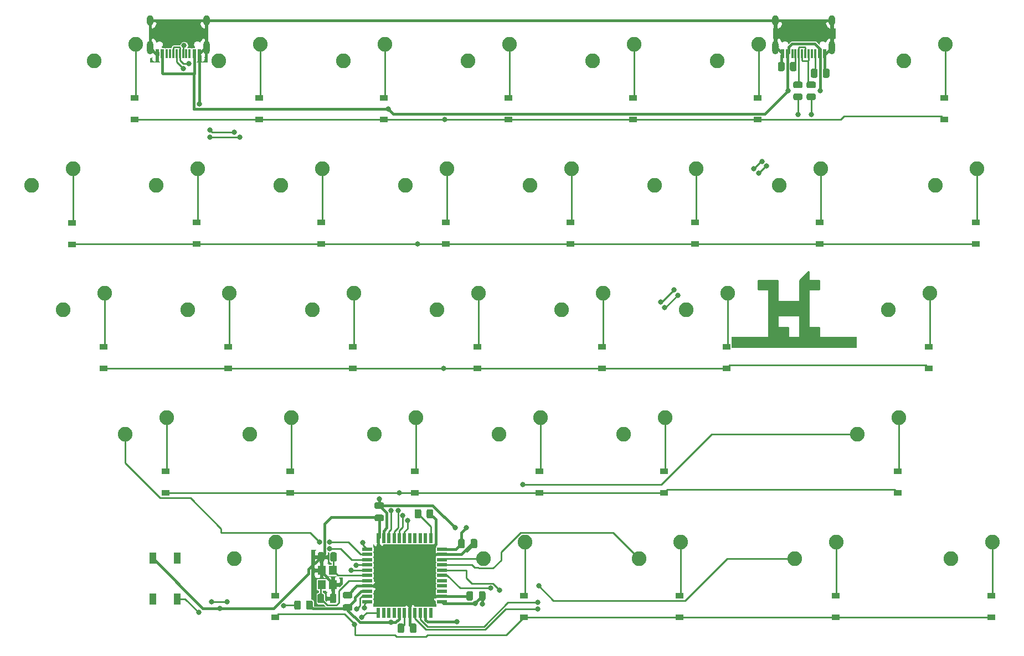
<source format=gbr>
%TF.GenerationSoftware,KiCad,Pcbnew,(5.1.10-1-10_14)*%
%TF.CreationDate,2022-06-17T19:42:32+09:00*%
%TF.ProjectId,pcb-right,7063622d-7269-4676-9874-2e6b69636164,rev?*%
%TF.SameCoordinates,Original*%
%TF.FileFunction,Copper,L2,Bot*%
%TF.FilePolarity,Positive*%
%FSLAX46Y46*%
G04 Gerber Fmt 4.6, Leading zero omitted, Abs format (unit mm)*
G04 Created by KiCad (PCBNEW (5.1.10-1-10_14)) date 2022-06-17 19:42:32*
%MOMM*%
%LPD*%
G01*
G04 APERTURE LIST*
%TA.AperFunction,ComponentPad*%
%ADD10C,2.250000*%
%TD*%
%TA.AperFunction,SMDPad,CuDef*%
%ADD11R,1.200000X1.400000*%
%TD*%
%TA.AperFunction,SMDPad,CuDef*%
%ADD12R,0.600000X1.450000*%
%TD*%
%TA.AperFunction,SMDPad,CuDef*%
%ADD13R,0.300000X1.450000*%
%TD*%
%TA.AperFunction,ComponentPad*%
%ADD14O,1.000000X2.100000*%
%TD*%
%TA.AperFunction,ComponentPad*%
%ADD15O,1.000000X1.600000*%
%TD*%
%TA.AperFunction,SMDPad,CuDef*%
%ADD16R,1.500000X0.550000*%
%TD*%
%TA.AperFunction,SMDPad,CuDef*%
%ADD17R,0.550000X1.500000*%
%TD*%
%TA.AperFunction,SMDPad,CuDef*%
%ADD18R,1.100000X1.800000*%
%TD*%
%TA.AperFunction,SMDPad,CuDef*%
%ADD19R,1.200000X0.900000*%
%TD*%
%TA.AperFunction,ViaPad*%
%ADD20C,0.800000*%
%TD*%
%TA.AperFunction,Conductor*%
%ADD21C,0.381000*%
%TD*%
%TA.AperFunction,Conductor*%
%ADD22C,0.250000*%
%TD*%
%TA.AperFunction,Conductor*%
%ADD23C,0.025400*%
%TD*%
%TA.AperFunction,Conductor*%
%ADD24C,0.100000*%
%TD*%
%TA.AperFunction,NonConductor*%
%ADD25C,0.254000*%
%TD*%
%TA.AperFunction,NonConductor*%
%ADD26C,0.100000*%
%TD*%
%TA.AperFunction,NonConductor*%
%ADD27C,0.025400*%
%TD*%
G04 APERTURE END LIST*
D10*
%TO.P,MX25,2*%
%TO.N,Net-(D25-Pad2)*%
X123190000Y-97313750D03*
%TO.P,MX25,1*%
%TO.N,col5*%
X116840000Y-99853750D03*
%TD*%
%TO.P,MX23,2*%
%TO.N,Net-(D23-Pad2)*%
X130333750Y-59213750D03*
%TO.P,MX23,1*%
%TO.N,col5*%
X123983750Y-61753750D03*
%TD*%
%TO.P,C7,2*%
%TO.N,GND*%
%TA.AperFunction,SMDPad,CuDef*%
G36*
G01*
X81796000Y-110965000D02*
X81796000Y-110015000D01*
G75*
G02*
X82046000Y-109765000I250000J0D01*
G01*
X82546000Y-109765000D01*
G75*
G02*
X82796000Y-110015000I0J-250000D01*
G01*
X82796000Y-110965000D01*
G75*
G02*
X82546000Y-111215000I-250000J0D01*
G01*
X82046000Y-111215000D01*
G75*
G02*
X81796000Y-110965000I0J250000D01*
G01*
G37*
%TD.AperFunction*%
%TO.P,C7,1*%
%TO.N,Net-(C7-Pad1)*%
%TA.AperFunction,SMDPad,CuDef*%
G36*
G01*
X79896000Y-110965000D02*
X79896000Y-110015000D01*
G75*
G02*
X80146000Y-109765000I250000J0D01*
G01*
X80646000Y-109765000D01*
G75*
G02*
X80896000Y-110015000I0J-250000D01*
G01*
X80896000Y-110965000D01*
G75*
G02*
X80646000Y-111215000I-250000J0D01*
G01*
X80146000Y-111215000D01*
G75*
G02*
X79896000Y-110965000I0J250000D01*
G01*
G37*
%TD.AperFunction*%
%TD*%
%TO.P,R8,2*%
%TO.N,Net-(R8-Pad2)*%
%TA.AperFunction,SMDPad,CuDef*%
G36*
G01*
X83523500Y-92513999D02*
X83523500Y-93414001D01*
G75*
G02*
X83273501Y-93664000I-249999J0D01*
G01*
X82748499Y-93664000D01*
G75*
G02*
X82498500Y-93414001I0J249999D01*
G01*
X82498500Y-92513999D01*
G75*
G02*
X82748499Y-92264000I249999J0D01*
G01*
X83273501Y-92264000D01*
G75*
G02*
X83523500Y-92513999I0J-249999D01*
G01*
G37*
%TD.AperFunction*%
%TO.P,R8,1*%
%TO.N,GND*%
%TA.AperFunction,SMDPad,CuDef*%
G36*
G01*
X85348500Y-92513999D02*
X85348500Y-93414001D01*
G75*
G02*
X85098501Y-93664000I-249999J0D01*
G01*
X84573499Y-93664000D01*
G75*
G02*
X84323500Y-93414001I0J249999D01*
G01*
X84323500Y-92513999D01*
G75*
G02*
X84573499Y-92264000I249999J0D01*
G01*
X85098501Y-92264000D01*
G75*
G02*
X85348500Y-92513999I0J-249999D01*
G01*
G37*
%TD.AperFunction*%
%TD*%
%TO.P,MX32,2*%
%TO.N,Net-(D32-Pad2)*%
X156527500Y-78263750D03*
%TO.P,MX32,1*%
%TO.N,col7*%
X150177500Y-80803750D03*
%TD*%
%TO.P,MX33,2*%
%TO.N,Net-(D33-Pad2)*%
X170815000Y-97313750D03*
%TO.P,MX33,1*%
%TO.N,col7*%
X164465000Y-99853750D03*
%TD*%
%TO.P,MX28,2*%
%TO.N,Net-(D28-Pad2)*%
X147002500Y-97313750D03*
%TO.P,MX28,1*%
%TO.N,col6*%
X140652500Y-99853750D03*
%TD*%
%TO.P,MX20,2*%
%TO.N,Net-(D20-Pad2)*%
X99377500Y-97313750D03*
%TO.P,MX20,1*%
%TO.N,col4*%
X93027500Y-99853750D03*
%TD*%
D11*
%TO.P,Y1,4*%
%TO.N,GND*%
X68277000Y-101600000D03*
%TO.P,Y1,3*%
%TO.N,Net-(C6-Pad1)*%
X68277000Y-103800000D03*
%TO.P,Y1,2*%
%TO.N,GND*%
X69977000Y-103800000D03*
%TO.P,Y1,1*%
%TO.N,Net-(C5-Pad1)*%
X69977000Y-101600000D03*
%TD*%
D12*
%TO.P,USB2,12*%
%TO.N,GND*%
X49580000Y-22554000D03*
%TO.P,USB2,1*%
X43130000Y-22554000D03*
%TO.P,USB2,11*%
%TO.N,+5V*%
X48805000Y-22554000D03*
%TO.P,USB2,2*%
X43905000Y-22554000D03*
D13*
%TO.P,USB2,3*%
%TO.N,Net-(USB2-Pad3)*%
X44605000Y-22554000D03*
%TO.P,USB2,10*%
%TO.N,Net-(USB2-Pad10)*%
X48105000Y-22554000D03*
%TO.P,USB2,4*%
%TO.N,Net-(USB2-Pad4)*%
X45105000Y-22554000D03*
%TO.P,USB2,9*%
%TO.N,Net-(USB2-Pad9)*%
X47605000Y-22554000D03*
%TO.P,USB2,5*%
%TO.N,SD-*%
X45605000Y-22554000D03*
%TO.P,USB2,8*%
%TO.N,SD+*%
X47105000Y-22554000D03*
%TO.P,USB2,7*%
%TO.N,SD-*%
X46605000Y-22554000D03*
%TO.P,USB2,6*%
%TO.N,SD+*%
X46105000Y-22554000D03*
D14*
%TO.P,USB2,13*%
%TO.N,GND*%
X42035000Y-21639000D03*
X50675000Y-21639000D03*
D15*
X42035000Y-17459000D03*
X50675000Y-17459000D03*
%TD*%
D12*
%TO.P,USB1,12*%
%TO.N,GND*%
X145211000Y-22554000D03*
%TO.P,USB1,1*%
X138761000Y-22554000D03*
%TO.P,USB1,11*%
%TO.N,+5V*%
X144436000Y-22554000D03*
%TO.P,USB1,2*%
X139536000Y-22554000D03*
D13*
%TO.P,USB1,3*%
%TO.N,Net-(USB1-Pad3)*%
X140236000Y-22554000D03*
%TO.P,USB1,10*%
%TO.N,Net-(R2-Pad2)*%
X143736000Y-22554000D03*
%TO.P,USB1,4*%
%TO.N,Net-(R1-Pad2)*%
X140736000Y-22554000D03*
%TO.P,USB1,9*%
%TO.N,Net-(USB1-Pad9)*%
X143236000Y-22554000D03*
%TO.P,USB1,5*%
%TO.N,D-*%
X141236000Y-22554000D03*
%TO.P,USB1,8*%
%TO.N,D+*%
X142736000Y-22554000D03*
%TO.P,USB1,7*%
%TO.N,D-*%
X142236000Y-22554000D03*
%TO.P,USB1,6*%
%TO.N,D+*%
X141736000Y-22554000D03*
D14*
%TO.P,USB1,13*%
%TO.N,GND*%
X137666000Y-21639000D03*
X146306000Y-21639000D03*
D15*
X137666000Y-17459000D03*
X146306000Y-17459000D03*
%TD*%
D16*
%TO.P,U1,44*%
%TO.N,+5V*%
X86662500Y-106393750D03*
%TO.P,U1,43*%
%TO.N,GND*%
X86662500Y-105593750D03*
%TO.P,U1,42*%
%TO.N,Net-(U1-Pad42)*%
X86662500Y-104793750D03*
%TO.P,U1,41*%
%TO.N,Net-(U1-Pad41)*%
X86662500Y-103993750D03*
%TO.P,U1,40*%
%TO.N,Net-(U1-Pad40)*%
X86662500Y-103193750D03*
%TO.P,U1,39*%
%TO.N,col7*%
X86662500Y-102393750D03*
%TO.P,U1,38*%
%TO.N,col6*%
X86662500Y-101593750D03*
%TO.P,U1,37*%
%TO.N,col5*%
X86662500Y-100793750D03*
%TO.P,U1,36*%
%TO.N,col4*%
X86662500Y-99993750D03*
%TO.P,U1,35*%
%TO.N,GND*%
X86662500Y-99193750D03*
%TO.P,U1,34*%
%TO.N,+5V*%
X86662500Y-98393750D03*
D17*
%TO.P,U1,33*%
%TO.N,Net-(R8-Pad2)*%
X84962500Y-96693750D03*
%TO.P,U1,32*%
%TO.N,Net-(U1-Pad32)*%
X84162500Y-96693750D03*
%TO.P,U1,31*%
%TO.N,Net-(U1-Pad31)*%
X83362500Y-96693750D03*
%TO.P,U1,30*%
%TO.N,Net-(U1-Pad30)*%
X82562500Y-96693750D03*
%TO.P,U1,29*%
%TO.N,Net-(U1-Pad29)*%
X81762500Y-96693750D03*
%TO.P,U1,28*%
%TO.N,row0*%
X80962500Y-96693750D03*
%TO.P,U1,27*%
%TO.N,row1*%
X80162500Y-96693750D03*
%TO.P,U1,26*%
%TO.N,row2*%
X79362500Y-96693750D03*
%TO.P,U1,25*%
%TO.N,row3*%
X78562500Y-96693750D03*
%TO.P,U1,24*%
%TO.N,+5V*%
X77762500Y-96693750D03*
%TO.P,U1,23*%
%TO.N,GND*%
X76962500Y-96693750D03*
D16*
%TO.P,U1,22*%
%TO.N,col3*%
X75262500Y-98393750D03*
%TO.P,U1,21*%
%TO.N,col1*%
X75262500Y-99193750D03*
%TO.P,U1,20*%
%TO.N,col2*%
X75262500Y-99993750D03*
%TO.P,U1,19*%
%TO.N,SD-*%
X75262500Y-100793750D03*
%TO.P,U1,18*%
%TO.N,SD+*%
X75262500Y-101593750D03*
%TO.P,U1,17*%
%TO.N,Net-(C5-Pad1)*%
X75262500Y-102393750D03*
%TO.P,U1,16*%
%TO.N,Net-(C6-Pad1)*%
X75262500Y-103193750D03*
%TO.P,U1,15*%
%TO.N,GND*%
X75262500Y-103993750D03*
%TO.P,U1,14*%
%TO.N,+5V*%
X75262500Y-104793750D03*
%TO.P,U1,13*%
%TO.N,Net-(R7-Pad2)*%
X75262500Y-105593750D03*
%TO.P,U1,12*%
%TO.N,col0*%
X75262500Y-106393750D03*
D17*
%TO.P,U1,11*%
%TO.N,row4*%
X76962500Y-108093750D03*
%TO.P,U1,10*%
%TO.N,Net-(U1-Pad10)*%
X77762500Y-108093750D03*
%TO.P,U1,9*%
%TO.N,Net-(U1-Pad9)*%
X78562500Y-108093750D03*
%TO.P,U1,8*%
%TO.N,Net-(U1-Pad8)*%
X79362500Y-108093750D03*
%TO.P,U1,7*%
%TO.N,+5V*%
X80162500Y-108093750D03*
%TO.P,U1,6*%
%TO.N,Net-(C7-Pad1)*%
X80962500Y-108093750D03*
%TO.P,U1,5*%
%TO.N,GND*%
X81762500Y-108093750D03*
%TO.P,U1,4*%
%TO.N,Net-(R6-Pad1)*%
X82562500Y-108093750D03*
%TO.P,U1,3*%
%TO.N,Net-(R5-Pad1)*%
X83362500Y-108093750D03*
%TO.P,U1,2*%
%TO.N,+5V*%
X84162500Y-108093750D03*
%TO.P,U1,1*%
%TO.N,Net-(U1-Pad1)*%
X84962500Y-108093750D03*
%TD*%
D18*
%TO.P,SW1,4*%
%TO.N,N/C*%
X42473000Y-105970000D03*
%TO.P,SW1,3*%
X46173000Y-99770000D03*
%TO.P,SW1,2*%
%TO.N,Net-(R7-Pad2)*%
X46173000Y-105970000D03*
%TO.P,SW1,1*%
%TO.N,GND*%
X42473000Y-99770000D03*
%TD*%
%TO.P,R7,2*%
%TO.N,Net-(R7-Pad2)*%
%TA.AperFunction,SMDPad,CuDef*%
G36*
G01*
X65108500Y-106483999D02*
X65108500Y-107384001D01*
G75*
G02*
X64858501Y-107634000I-249999J0D01*
G01*
X64333499Y-107634000D01*
G75*
G02*
X64083500Y-107384001I0J249999D01*
G01*
X64083500Y-106483999D01*
G75*
G02*
X64333499Y-106234000I249999J0D01*
G01*
X64858501Y-106234000D01*
G75*
G02*
X65108500Y-106483999I0J-249999D01*
G01*
G37*
%TD.AperFunction*%
%TO.P,R7,1*%
%TO.N,+5V*%
%TA.AperFunction,SMDPad,CuDef*%
G36*
G01*
X66933500Y-106483999D02*
X66933500Y-107384001D01*
G75*
G02*
X66683501Y-107634000I-249999J0D01*
G01*
X66158499Y-107634000D01*
G75*
G02*
X65908500Y-107384001I0J249999D01*
G01*
X65908500Y-106483999D01*
G75*
G02*
X66158499Y-106234000I249999J0D01*
G01*
X66683501Y-106234000D01*
G75*
G02*
X66933500Y-106483999I0J-249999D01*
G01*
G37*
%TD.AperFunction*%
%TD*%
%TO.P,R6,2*%
%TO.N,D+*%
%TA.AperFunction,SMDPad,CuDef*%
G36*
G01*
X143579001Y-27817500D02*
X142678999Y-27817500D01*
G75*
G02*
X142429000Y-27567501I0J249999D01*
G01*
X142429000Y-27042499D01*
G75*
G02*
X142678999Y-26792500I249999J0D01*
G01*
X143579001Y-26792500D01*
G75*
G02*
X143829000Y-27042499I0J-249999D01*
G01*
X143829000Y-27567501D01*
G75*
G02*
X143579001Y-27817500I-249999J0D01*
G01*
G37*
%TD.AperFunction*%
%TO.P,R6,1*%
%TO.N,Net-(R6-Pad1)*%
%TA.AperFunction,SMDPad,CuDef*%
G36*
G01*
X143579001Y-29642500D02*
X142678999Y-29642500D01*
G75*
G02*
X142429000Y-29392501I0J249999D01*
G01*
X142429000Y-28867499D01*
G75*
G02*
X142678999Y-28617500I249999J0D01*
G01*
X143579001Y-28617500D01*
G75*
G02*
X143829000Y-28867499I0J-249999D01*
G01*
X143829000Y-29392501D01*
G75*
G02*
X143579001Y-29642500I-249999J0D01*
G01*
G37*
%TD.AperFunction*%
%TD*%
%TO.P,R5,2*%
%TO.N,D-*%
%TA.AperFunction,SMDPad,CuDef*%
G36*
G01*
X141547001Y-27817500D02*
X140646999Y-27817500D01*
G75*
G02*
X140397000Y-27567501I0J249999D01*
G01*
X140397000Y-27042499D01*
G75*
G02*
X140646999Y-26792500I249999J0D01*
G01*
X141547001Y-26792500D01*
G75*
G02*
X141797000Y-27042499I0J-249999D01*
G01*
X141797000Y-27567501D01*
G75*
G02*
X141547001Y-27817500I-249999J0D01*
G01*
G37*
%TD.AperFunction*%
%TO.P,R5,1*%
%TO.N,Net-(R5-Pad1)*%
%TA.AperFunction,SMDPad,CuDef*%
G36*
G01*
X141547001Y-29642500D02*
X140646999Y-29642500D01*
G75*
G02*
X140397000Y-29392501I0J249999D01*
G01*
X140397000Y-28867499D01*
G75*
G02*
X140646999Y-28617500I249999J0D01*
G01*
X141547001Y-28617500D01*
G75*
G02*
X141797000Y-28867499I0J-249999D01*
G01*
X141797000Y-29392501D01*
G75*
G02*
X141547001Y-29642500I-249999J0D01*
G01*
G37*
%TD.AperFunction*%
%TD*%
%TO.P,R2,2*%
%TO.N,Net-(R2-Pad2)*%
%TA.AperFunction,SMDPad,CuDef*%
G36*
G01*
X144102500Y-25076999D02*
X144102500Y-25977001D01*
G75*
G02*
X143852501Y-26227000I-249999J0D01*
G01*
X143327499Y-26227000D01*
G75*
G02*
X143077500Y-25977001I0J249999D01*
G01*
X143077500Y-25076999D01*
G75*
G02*
X143327499Y-24827000I249999J0D01*
G01*
X143852501Y-24827000D01*
G75*
G02*
X144102500Y-25076999I0J-249999D01*
G01*
G37*
%TD.AperFunction*%
%TO.P,R2,1*%
%TO.N,GND*%
%TA.AperFunction,SMDPad,CuDef*%
G36*
G01*
X145927500Y-25076999D02*
X145927500Y-25977001D01*
G75*
G02*
X145677501Y-26227000I-249999J0D01*
G01*
X145152499Y-26227000D01*
G75*
G02*
X144902500Y-25977001I0J249999D01*
G01*
X144902500Y-25076999D01*
G75*
G02*
X145152499Y-24827000I249999J0D01*
G01*
X145677501Y-24827000D01*
G75*
G02*
X145927500Y-25076999I0J-249999D01*
G01*
G37*
%TD.AperFunction*%
%TD*%
%TO.P,R1,2*%
%TO.N,Net-(R1-Pad2)*%
%TA.AperFunction,SMDPad,CuDef*%
G36*
G01*
X139869500Y-24961001D02*
X139869500Y-24060999D01*
G75*
G02*
X140119499Y-23811000I249999J0D01*
G01*
X140644501Y-23811000D01*
G75*
G02*
X140894500Y-24060999I0J-249999D01*
G01*
X140894500Y-24961001D01*
G75*
G02*
X140644501Y-25211000I-249999J0D01*
G01*
X140119499Y-25211000D01*
G75*
G02*
X139869500Y-24961001I0J249999D01*
G01*
G37*
%TD.AperFunction*%
%TO.P,R1,1*%
%TO.N,GND*%
%TA.AperFunction,SMDPad,CuDef*%
G36*
G01*
X138044500Y-24961001D02*
X138044500Y-24060999D01*
G75*
G02*
X138294499Y-23811000I249999J0D01*
G01*
X138819501Y-23811000D01*
G75*
G02*
X139069500Y-24060999I0J-249999D01*
G01*
X139069500Y-24961001D01*
G75*
G02*
X138819501Y-25211000I-249999J0D01*
G01*
X138294499Y-25211000D01*
G75*
G02*
X138044500Y-24961001I0J249999D01*
G01*
G37*
%TD.AperFunction*%
%TD*%
D10*
%TO.P,MX31,2*%
%TO.N,Net-(D31-Pad2)*%
X161290000Y-59213750D03*
%TO.P,MX31,1*%
%TO.N,col7*%
X154940000Y-61753750D03*
%TD*%
%TO.P,MX30,2*%
%TO.N,Net-(D30-Pad2)*%
X168433750Y-40163750D03*
%TO.P,MX30,1*%
%TO.N,col7*%
X162083750Y-42703750D03*
%TD*%
%TO.P,MX29,2*%
%TO.N,Net-(D29-Pad2)*%
X163671250Y-21113750D03*
%TO.P,MX29,1*%
%TO.N,col7*%
X157321250Y-23653750D03*
%TD*%
%TO.P,MX27,2*%
%TO.N,Net-(D27-Pad2)*%
X144621250Y-40163750D03*
%TO.P,MX27,1*%
%TO.N,col6*%
X138271250Y-42703750D03*
%TD*%
%TO.P,MX26,2*%
%TO.N,Net-(D26-Pad2)*%
X135096250Y-21113750D03*
%TO.P,MX26,1*%
%TO.N,col6*%
X128746250Y-23653750D03*
%TD*%
%TO.P,MX24,2*%
%TO.N,Net-(D24-Pad2)*%
X120808750Y-78263750D03*
%TO.P,MX24,1*%
%TO.N,col5*%
X114458750Y-80803750D03*
%TD*%
%TO.P,MX22,2*%
%TO.N,Net-(D22-Pad2)*%
X125571250Y-40163750D03*
%TO.P,MX22,1*%
%TO.N,col5*%
X119221250Y-42703750D03*
%TD*%
%TO.P,MX21,2*%
%TO.N,Net-(D21-Pad2)*%
X116046250Y-21113750D03*
%TO.P,MX21,1*%
%TO.N,col5*%
X109696250Y-23653750D03*
%TD*%
%TO.P,MX19,2*%
%TO.N,Net-(D19-Pad2)*%
X101758750Y-78263750D03*
%TO.P,MX19,1*%
%TO.N,col4*%
X95408750Y-80803750D03*
%TD*%
%TO.P,MX18,2*%
%TO.N,Net-(D18-Pad2)*%
X111283750Y-59213750D03*
%TO.P,MX18,1*%
%TO.N,col4*%
X104933750Y-61753750D03*
%TD*%
%TO.P,MX17,2*%
%TO.N,Net-(D17-Pad2)*%
X106521250Y-40163750D03*
%TO.P,MX17,1*%
%TO.N,col4*%
X100171250Y-42703750D03*
%TD*%
%TO.P,MX16,2*%
%TO.N,Net-(D16-Pad2)*%
X96996250Y-21113750D03*
%TO.P,MX16,1*%
%TO.N,col4*%
X90646250Y-23653750D03*
%TD*%
%TO.P,MX15,2*%
%TO.N,Net-(D15-Pad2)*%
X82708750Y-78263750D03*
%TO.P,MX15,1*%
%TO.N,col3*%
X76358750Y-80803750D03*
%TD*%
%TO.P,MX14,2*%
%TO.N,Net-(D14-Pad2)*%
X92233750Y-59213750D03*
%TO.P,MX14,1*%
%TO.N,col3*%
X85883750Y-61753750D03*
%TD*%
%TO.P,MX13,2*%
%TO.N,Net-(D13-Pad2)*%
X87471250Y-40163750D03*
%TO.P,MX13,1*%
%TO.N,col3*%
X81121250Y-42703750D03*
%TD*%
%TO.P,MX12,2*%
%TO.N,Net-(D12-Pad2)*%
X77946250Y-21113750D03*
%TO.P,MX12,1*%
%TO.N,col3*%
X71596250Y-23653750D03*
%TD*%
%TO.P,MX11,2*%
%TO.N,Net-(D11-Pad2)*%
X61277500Y-97313750D03*
%TO.P,MX11,1*%
%TO.N,col2*%
X54927500Y-99853750D03*
%TD*%
%TO.P,MX10,2*%
%TO.N,Net-(D10-Pad2)*%
X63658750Y-78263750D03*
%TO.P,MX10,1*%
%TO.N,col2*%
X57308750Y-80803750D03*
%TD*%
%TO.P,MX9,2*%
%TO.N,Net-(D9-Pad2)*%
X73183750Y-59213750D03*
%TO.P,MX9,1*%
%TO.N,col2*%
X66833750Y-61753750D03*
%TD*%
%TO.P,MX8,2*%
%TO.N,Net-(D8-Pad2)*%
X68421250Y-40163750D03*
%TO.P,MX8,1*%
%TO.N,col2*%
X62071250Y-42703750D03*
%TD*%
%TO.P,MX7,2*%
%TO.N,Net-(D7-Pad2)*%
X58896250Y-21113750D03*
%TO.P,MX7,1*%
%TO.N,col2*%
X52546250Y-23653750D03*
%TD*%
%TO.P,MX6,2*%
%TO.N,Net-(D6-Pad2)*%
X44608750Y-78263750D03*
%TO.P,MX6,1*%
%TO.N,col1*%
X38258750Y-80803750D03*
%TD*%
%TO.P,MX5,2*%
%TO.N,Net-(D5-Pad2)*%
X54133750Y-59213750D03*
%TO.P,MX5,1*%
%TO.N,col1*%
X47783750Y-61753750D03*
%TD*%
%TO.P,MX4,2*%
%TO.N,Net-(D4-Pad2)*%
X49371250Y-40163750D03*
%TO.P,MX4,1*%
%TO.N,col1*%
X43021250Y-42703750D03*
%TD*%
%TO.P,MX3,2*%
%TO.N,Net-(D3-Pad2)*%
X39846250Y-21113750D03*
%TO.P,MX3,1*%
%TO.N,col1*%
X33496250Y-23653750D03*
%TD*%
%TO.P,MX2,2*%
%TO.N,Net-(D2-Pad2)*%
X35083750Y-59213750D03*
%TO.P,MX2,1*%
%TO.N,col0*%
X28733750Y-61753750D03*
%TD*%
%TO.P,MX1,2*%
%TO.N,Net-(D1-Pad2)*%
X30321250Y-40163750D03*
%TO.P,MX1,1*%
%TO.N,col0*%
X23971250Y-42703750D03*
%TD*%
D19*
%TO.P,D33,2*%
%TO.N,Net-(D33-Pad2)*%
X170656250Y-105506250D03*
%TO.P,D33,1*%
%TO.N,row4*%
X170656250Y-108806250D03*
%TD*%
%TO.P,D32,2*%
%TO.N,Net-(D32-Pad2)*%
X156368750Y-86456250D03*
%TO.P,D32,1*%
%TO.N,row3*%
X156368750Y-89756250D03*
%TD*%
%TO.P,D31,2*%
%TO.N,Net-(D31-Pad2)*%
X161131250Y-67406250D03*
%TO.P,D31,1*%
%TO.N,row2*%
X161131250Y-70706250D03*
%TD*%
%TO.P,D30,2*%
%TO.N,Net-(D30-Pad2)*%
X168275000Y-48356250D03*
%TO.P,D30,1*%
%TO.N,row1*%
X168275000Y-51656250D03*
%TD*%
%TO.P,D29,2*%
%TO.N,Net-(D29-Pad2)*%
X163512500Y-29306250D03*
%TO.P,D29,1*%
%TO.N,row0*%
X163512500Y-32606250D03*
%TD*%
%TO.P,D28,2*%
%TO.N,Net-(D28-Pad2)*%
X146843750Y-105506250D03*
%TO.P,D28,1*%
%TO.N,row4*%
X146843750Y-108806250D03*
%TD*%
%TO.P,D27,2*%
%TO.N,Net-(D27-Pad2)*%
X144462500Y-48356250D03*
%TO.P,D27,1*%
%TO.N,row1*%
X144462500Y-51656250D03*
%TD*%
%TO.P,D26,2*%
%TO.N,Net-(D26-Pad2)*%
X134937500Y-29306250D03*
%TO.P,D26,1*%
%TO.N,row0*%
X134937500Y-32606250D03*
%TD*%
%TO.P,D25,2*%
%TO.N,Net-(D25-Pad2)*%
X123031250Y-105506250D03*
%TO.P,D25,1*%
%TO.N,row4*%
X123031250Y-108806250D03*
%TD*%
%TO.P,D24,2*%
%TO.N,Net-(D24-Pad2)*%
X120650000Y-86456250D03*
%TO.P,D24,1*%
%TO.N,row3*%
X120650000Y-89756250D03*
%TD*%
%TO.P,D23,2*%
%TO.N,Net-(D23-Pad2)*%
X130175000Y-67406250D03*
%TO.P,D23,1*%
%TO.N,row2*%
X130175000Y-70706250D03*
%TD*%
%TO.P,D22,2*%
%TO.N,Net-(D22-Pad2)*%
X125412500Y-48356250D03*
%TO.P,D22,1*%
%TO.N,row1*%
X125412500Y-51656250D03*
%TD*%
%TO.P,D21,2*%
%TO.N,Net-(D21-Pad2)*%
X115887500Y-29306250D03*
%TO.P,D21,1*%
%TO.N,row0*%
X115887500Y-32606250D03*
%TD*%
%TO.P,D20,2*%
%TO.N,Net-(D20-Pad2)*%
X99218750Y-105506250D03*
%TO.P,D20,1*%
%TO.N,row4*%
X99218750Y-108806250D03*
%TD*%
%TO.P,D19,2*%
%TO.N,Net-(D19-Pad2)*%
X101600000Y-86456250D03*
%TO.P,D19,1*%
%TO.N,row3*%
X101600000Y-89756250D03*
%TD*%
%TO.P,D18,2*%
%TO.N,Net-(D18-Pad2)*%
X111125000Y-67406250D03*
%TO.P,D18,1*%
%TO.N,row2*%
X111125000Y-70706250D03*
%TD*%
%TO.P,D17,2*%
%TO.N,Net-(D17-Pad2)*%
X106362500Y-48356250D03*
%TO.P,D17,1*%
%TO.N,row1*%
X106362500Y-51656250D03*
%TD*%
%TO.P,D16,2*%
%TO.N,Net-(D16-Pad2)*%
X96837500Y-29306250D03*
%TO.P,D16,1*%
%TO.N,row0*%
X96837500Y-32606250D03*
%TD*%
%TO.P,D15,2*%
%TO.N,Net-(D15-Pad2)*%
X82550000Y-86456250D03*
%TO.P,D15,1*%
%TO.N,row3*%
X82550000Y-89756250D03*
%TD*%
%TO.P,D14,2*%
%TO.N,Net-(D14-Pad2)*%
X92075000Y-67406250D03*
%TO.P,D14,1*%
%TO.N,row2*%
X92075000Y-70706250D03*
%TD*%
%TO.P,D13,2*%
%TO.N,Net-(D13-Pad2)*%
X87312500Y-48356250D03*
%TO.P,D13,1*%
%TO.N,row1*%
X87312500Y-51656250D03*
%TD*%
%TO.P,D12,2*%
%TO.N,Net-(D12-Pad2)*%
X77787500Y-29306250D03*
%TO.P,D12,1*%
%TO.N,row0*%
X77787500Y-32606250D03*
%TD*%
%TO.P,D11,2*%
%TO.N,Net-(D11-Pad2)*%
X61181250Y-105506250D03*
%TO.P,D11,1*%
%TO.N,row4*%
X61181250Y-108806250D03*
%TD*%
%TO.P,D10,2*%
%TO.N,Net-(D10-Pad2)*%
X63500000Y-86456250D03*
%TO.P,D10,1*%
%TO.N,row3*%
X63500000Y-89756250D03*
%TD*%
%TO.P,D9,2*%
%TO.N,Net-(D9-Pad2)*%
X73025000Y-67406250D03*
%TO.P,D9,1*%
%TO.N,row2*%
X73025000Y-70706250D03*
%TD*%
%TO.P,D8,2*%
%TO.N,Net-(D8-Pad2)*%
X68262500Y-48356250D03*
%TO.P,D8,1*%
%TO.N,row1*%
X68262500Y-51656250D03*
%TD*%
%TO.P,D7,2*%
%TO.N,Net-(D7-Pad2)*%
X58737500Y-29306250D03*
%TO.P,D7,1*%
%TO.N,row0*%
X58737500Y-32606250D03*
%TD*%
%TO.P,D6,2*%
%TO.N,Net-(D6-Pad2)*%
X44450000Y-86456250D03*
%TO.P,D6,1*%
%TO.N,row3*%
X44450000Y-89756250D03*
%TD*%
%TO.P,D5,2*%
%TO.N,Net-(D5-Pad2)*%
X53975000Y-67406250D03*
%TO.P,D5,1*%
%TO.N,row2*%
X53975000Y-70706250D03*
%TD*%
%TO.P,D4,2*%
%TO.N,Net-(D4-Pad2)*%
X49212500Y-48356250D03*
%TO.P,D4,1*%
%TO.N,row1*%
X49212500Y-51656250D03*
%TD*%
%TO.P,D3,2*%
%TO.N,Net-(D3-Pad2)*%
X39687500Y-29306250D03*
%TO.P,D3,1*%
%TO.N,row0*%
X39687500Y-32606250D03*
%TD*%
%TO.P,D2,2*%
%TO.N,Net-(D2-Pad2)*%
X34925000Y-67406250D03*
%TO.P,D2,1*%
%TO.N,row2*%
X34925000Y-70706250D03*
%TD*%
%TO.P,D1,2*%
%TO.N,Net-(D1-Pad2)*%
X30162500Y-48418750D03*
%TO.P,D1,1*%
%TO.N,row1*%
X30162500Y-51718750D03*
%TD*%
%TO.P,C6,2*%
%TO.N,GND*%
%TA.AperFunction,SMDPad,CuDef*%
G36*
G01*
X69538000Y-106393000D02*
X69538000Y-105443000D01*
G75*
G02*
X69788000Y-105193000I250000J0D01*
G01*
X70288000Y-105193000D01*
G75*
G02*
X70538000Y-105443000I0J-250000D01*
G01*
X70538000Y-106393000D01*
G75*
G02*
X70288000Y-106643000I-250000J0D01*
G01*
X69788000Y-106643000D01*
G75*
G02*
X69538000Y-106393000I0J250000D01*
G01*
G37*
%TD.AperFunction*%
%TO.P,C6,1*%
%TO.N,Net-(C6-Pad1)*%
%TA.AperFunction,SMDPad,CuDef*%
G36*
G01*
X67638000Y-106393000D02*
X67638000Y-105443000D01*
G75*
G02*
X67888000Y-105193000I250000J0D01*
G01*
X68388000Y-105193000D01*
G75*
G02*
X68638000Y-105443000I0J-250000D01*
G01*
X68638000Y-106393000D01*
G75*
G02*
X68388000Y-106643000I-250000J0D01*
G01*
X67888000Y-106643000D01*
G75*
G02*
X67638000Y-106393000I0J250000D01*
G01*
G37*
%TD.AperFunction*%
%TD*%
%TO.P,C5,2*%
%TO.N,GND*%
%TA.AperFunction,SMDPad,CuDef*%
G36*
G01*
X68699000Y-99093000D02*
X68699000Y-100043000D01*
G75*
G02*
X68449000Y-100293000I-250000J0D01*
G01*
X67949000Y-100293000D01*
G75*
G02*
X67699000Y-100043000I0J250000D01*
G01*
X67699000Y-99093000D01*
G75*
G02*
X67949000Y-98843000I250000J0D01*
G01*
X68449000Y-98843000D01*
G75*
G02*
X68699000Y-99093000I0J-250000D01*
G01*
G37*
%TD.AperFunction*%
%TO.P,C5,1*%
%TO.N,Net-(C5-Pad1)*%
%TA.AperFunction,SMDPad,CuDef*%
G36*
G01*
X70599000Y-99093000D02*
X70599000Y-100043000D01*
G75*
G02*
X70349000Y-100293000I-250000J0D01*
G01*
X69849000Y-100293000D01*
G75*
G02*
X69599000Y-100043000I0J250000D01*
G01*
X69599000Y-99093000D01*
G75*
G02*
X69849000Y-98843000I250000J0D01*
G01*
X70349000Y-98843000D01*
G75*
G02*
X70599000Y-99093000I0J-250000D01*
G01*
G37*
%TD.AperFunction*%
%TD*%
%TO.P,C4,2*%
%TO.N,GND*%
%TA.AperFunction,SMDPad,CuDef*%
G36*
G01*
X76614000Y-93099000D02*
X77564000Y-93099000D01*
G75*
G02*
X77814000Y-93349000I0J-250000D01*
G01*
X77814000Y-93849000D01*
G75*
G02*
X77564000Y-94099000I-250000J0D01*
G01*
X76614000Y-94099000D01*
G75*
G02*
X76364000Y-93849000I0J250000D01*
G01*
X76364000Y-93349000D01*
G75*
G02*
X76614000Y-93099000I250000J0D01*
G01*
G37*
%TD.AperFunction*%
%TO.P,C4,1*%
%TO.N,+5V*%
%TA.AperFunction,SMDPad,CuDef*%
G36*
G01*
X76614000Y-91199000D02*
X77564000Y-91199000D01*
G75*
G02*
X77814000Y-91449000I0J-250000D01*
G01*
X77814000Y-91949000D01*
G75*
G02*
X77564000Y-92199000I-250000J0D01*
G01*
X76614000Y-92199000D01*
G75*
G02*
X76364000Y-91949000I0J250000D01*
G01*
X76364000Y-91449000D01*
G75*
G02*
X76614000Y-91199000I250000J0D01*
G01*
G37*
%TD.AperFunction*%
%TD*%
%TO.P,C3,2*%
%TO.N,GND*%
%TA.AperFunction,SMDPad,CuDef*%
G36*
G01*
X72738000Y-105910000D02*
X71788000Y-105910000D01*
G75*
G02*
X71538000Y-105660000I0J250000D01*
G01*
X71538000Y-105160000D01*
G75*
G02*
X71788000Y-104910000I250000J0D01*
G01*
X72738000Y-104910000D01*
G75*
G02*
X72988000Y-105160000I0J-250000D01*
G01*
X72988000Y-105660000D01*
G75*
G02*
X72738000Y-105910000I-250000J0D01*
G01*
G37*
%TD.AperFunction*%
%TO.P,C3,1*%
%TO.N,+5V*%
%TA.AperFunction,SMDPad,CuDef*%
G36*
G01*
X72738000Y-107810000D02*
X71788000Y-107810000D01*
G75*
G02*
X71538000Y-107560000I0J250000D01*
G01*
X71538000Y-107060000D01*
G75*
G02*
X71788000Y-106810000I250000J0D01*
G01*
X72738000Y-106810000D01*
G75*
G02*
X72988000Y-107060000I0J-250000D01*
G01*
X72988000Y-107560000D01*
G75*
G02*
X72738000Y-107810000I-250000J0D01*
G01*
G37*
%TD.AperFunction*%
%TD*%
%TO.P,C2,2*%
%TO.N,GND*%
%TA.AperFunction,SMDPad,CuDef*%
G36*
G01*
X91062000Y-98011000D02*
X91062000Y-97061000D01*
G75*
G02*
X91312000Y-96811000I250000J0D01*
G01*
X91812000Y-96811000D01*
G75*
G02*
X92062000Y-97061000I0J-250000D01*
G01*
X92062000Y-98011000D01*
G75*
G02*
X91812000Y-98261000I-250000J0D01*
G01*
X91312000Y-98261000D01*
G75*
G02*
X91062000Y-98011000I0J250000D01*
G01*
G37*
%TD.AperFunction*%
%TO.P,C2,1*%
%TO.N,+5V*%
%TA.AperFunction,SMDPad,CuDef*%
G36*
G01*
X89162000Y-98011000D02*
X89162000Y-97061000D01*
G75*
G02*
X89412000Y-96811000I250000J0D01*
G01*
X89912000Y-96811000D01*
G75*
G02*
X90162000Y-97061000I0J-250000D01*
G01*
X90162000Y-98011000D01*
G75*
G02*
X89912000Y-98261000I-250000J0D01*
G01*
X89412000Y-98261000D01*
G75*
G02*
X89162000Y-98011000I0J250000D01*
G01*
G37*
%TD.AperFunction*%
%TD*%
%TO.P,C1,2*%
%TO.N,GND*%
%TA.AperFunction,SMDPad,CuDef*%
G36*
G01*
X91432000Y-105062000D02*
X91432000Y-106012000D01*
G75*
G02*
X91182000Y-106262000I-250000J0D01*
G01*
X90682000Y-106262000D01*
G75*
G02*
X90432000Y-106012000I0J250000D01*
G01*
X90432000Y-105062000D01*
G75*
G02*
X90682000Y-104812000I250000J0D01*
G01*
X91182000Y-104812000D01*
G75*
G02*
X91432000Y-105062000I0J-250000D01*
G01*
G37*
%TD.AperFunction*%
%TO.P,C1,1*%
%TO.N,+5V*%
%TA.AperFunction,SMDPad,CuDef*%
G36*
G01*
X93332000Y-105062000D02*
X93332000Y-106012000D01*
G75*
G02*
X93082000Y-106262000I-250000J0D01*
G01*
X92582000Y-106262000D01*
G75*
G02*
X92332000Y-106012000I0J250000D01*
G01*
X92332000Y-105062000D01*
G75*
G02*
X92582000Y-104812000I250000J0D01*
G01*
X93082000Y-104812000D01*
G75*
G02*
X93332000Y-105062000I0J-250000D01*
G01*
G37*
%TD.AperFunction*%
%TD*%
D20*
%TO.N,GND*%
X49558500Y-30197500D03*
X52705000Y-107442000D03*
%TO.N,+5V*%
X91792089Y-106672419D03*
X88945254Y-109519254D03*
X92837000Y-106807000D03*
X90421740Y-95120740D03*
X88706240Y-95120740D03*
X77089000Y-90678000D03*
X78486000Y-30988000D03*
X78867000Y-109601000D03*
X139573000Y-28194000D03*
X144526000Y-28194000D03*
%TO.N,row1*%
X80694113Y-93228176D03*
X82963750Y-51656250D03*
%TO.N,row2*%
X79969113Y-92489500D03*
X86900750Y-70706250D03*
%TO.N,row0*%
X81419113Y-93957648D03*
X87089250Y-32606250D03*
%TO.N,row3*%
X80137000Y-89789000D03*
X78930103Y-92500813D03*
%TO.N,row4*%
X74445871Y-108810500D03*
X73327935Y-109933065D03*
%TO.N,col0*%
X51435000Y-106426000D03*
X53848000Y-106426000D03*
X74867355Y-107359750D03*
%TO.N,col1*%
X69519749Y-97282000D03*
X67938749Y-97282000D03*
%TO.N,col2*%
X69519749Y-98298000D03*
%TO.N,col3*%
X74549000Y-97409000D03*
%TO.N,col6*%
X101473000Y-104013000D03*
X95504000Y-104648000D03*
%TO.N,col7*%
X99060000Y-88519000D03*
X94102347Y-104357000D03*
%TO.N,Net-(R5-Pad1)*%
X141097000Y-31881250D03*
X135608903Y-39016097D03*
X134366000Y-40132000D03*
X122174000Y-58674000D03*
X120142000Y-60579000D03*
X101346000Y-106553000D03*
%TO.N,Net-(R6-Pad1)*%
X143129000Y-31877000D03*
X136316011Y-39723206D03*
X135087052Y-40840569D03*
X122748095Y-59492789D03*
X120696701Y-61411051D03*
X101346000Y-107569000D03*
%TO.N,Net-(R7-Pad2)*%
X73660000Y-107569000D03*
X49530000Y-108077000D03*
X62490669Y-107067669D03*
%TO.N,SD-*%
X73533000Y-100838000D03*
X54963903Y-34571097D03*
X51215273Y-34255727D03*
X48014500Y-24028624D03*
%TO.N,SD+*%
X47117000Y-24804942D03*
X51240240Y-35306000D03*
X55753000Y-35306000D03*
X72771000Y-101600000D03*
X47255709Y-21259308D03*
%TD*%
D21*
%TO.N,GND*%
X70038000Y-103861000D02*
X69977000Y-103800000D01*
X70038000Y-105918000D02*
X70038000Y-103861000D01*
X69977000Y-103602902D02*
X69977000Y-103800000D01*
X68277000Y-101902902D02*
X69977000Y-103602902D01*
X68277000Y-101600000D02*
X68277000Y-101902902D01*
X68199000Y-101522000D02*
X68277000Y-101600000D01*
X68199000Y-99568000D02*
X68199000Y-101522000D01*
X73679250Y-103993750D02*
X75262500Y-103993750D01*
X72263000Y-105410000D02*
X73679250Y-103993750D01*
X76984249Y-93494249D02*
X77089000Y-93599000D01*
X68729249Y-94489789D02*
X69724789Y-93494249D01*
X68729249Y-99037751D02*
X68729249Y-94489789D01*
X69724789Y-93494249D02*
X76984249Y-93494249D01*
X68199000Y-99568000D02*
X68729249Y-99037751D01*
X77089000Y-96567250D02*
X76962500Y-96693750D01*
X77089000Y-93599000D02*
X77089000Y-96567250D01*
X90875250Y-105593750D02*
X90932000Y-105537000D01*
X86662500Y-105593750D02*
X90875250Y-105593750D01*
X91292820Y-97536000D02*
X91562000Y-97536000D01*
X89635070Y-99193750D02*
X91292820Y-97536000D01*
X86662500Y-99193750D02*
X89635070Y-99193750D01*
X91562000Y-97536000D02*
X90491999Y-98606001D01*
X85521999Y-99406349D02*
X85734598Y-99193750D01*
X85521999Y-105584249D02*
X85521999Y-99406349D01*
X85531500Y-105593750D02*
X85521999Y-105584249D01*
X85734598Y-99193750D02*
X86662500Y-99193750D01*
X86662500Y-105593750D02*
X85531500Y-105593750D01*
X76962500Y-97621652D02*
X76962500Y-96693750D01*
X78534598Y-99193750D02*
X76962500Y-97621652D01*
X86662500Y-99193750D02*
X78534598Y-99193750D01*
X76190402Y-103993750D02*
X78534598Y-101649554D01*
X78534598Y-101649554D02*
X78534598Y-99193750D01*
X75262500Y-103993750D02*
X76190402Y-103993750D01*
X81762500Y-107165848D02*
X81762500Y-108093750D01*
X76190402Y-103993750D02*
X78590402Y-103993750D01*
X85531500Y-99193750D02*
X86662500Y-99193750D01*
X85521999Y-99203251D02*
X85531500Y-99193750D01*
X85521999Y-97806349D02*
X85521999Y-99203251D01*
X85727828Y-97600520D02*
X85521999Y-97806349D01*
X85727828Y-93855828D02*
X85727828Y-97600520D01*
X84836000Y-92964000D02*
X85727828Y-93855828D01*
X42950000Y-22554000D02*
X42035000Y-21639000D01*
X43130000Y-22554000D02*
X42950000Y-22554000D01*
X42035000Y-21639000D02*
X42035000Y-17459000D01*
X42035000Y-17459000D02*
X50675000Y-17459000D01*
X50675000Y-17459000D02*
X50675000Y-21639000D01*
X50495000Y-21639000D02*
X49580000Y-22554000D01*
X50675000Y-21639000D02*
X50495000Y-21639000D01*
X49580000Y-30176000D02*
X49558500Y-30197500D01*
X49580000Y-22554000D02*
X49580000Y-30176000D01*
X60956882Y-107483520D02*
X66294000Y-102146402D01*
X52746520Y-107483520D02*
X60956882Y-107483520D01*
X52705000Y-107442000D02*
X52746520Y-107483520D01*
X66294000Y-101473000D02*
X68199000Y-99568000D01*
X66294000Y-102146402D02*
X66294000Y-101473000D01*
X79055826Y-104459174D02*
X78869174Y-104459174D01*
X78590402Y-103993750D02*
X79055826Y-104459174D01*
X79055826Y-104459174D02*
X81762500Y-107165848D01*
X81762500Y-109956500D02*
X82296000Y-110490000D01*
X81762500Y-108093750D02*
X81762500Y-109956500D01*
X137846000Y-21639000D02*
X138761000Y-22554000D01*
X137666000Y-21639000D02*
X137846000Y-21639000D01*
X145391000Y-22554000D02*
X146306000Y-21639000D01*
X145211000Y-22554000D02*
X145391000Y-22554000D01*
X146306000Y-21639000D02*
X146306000Y-17459000D01*
X146306000Y-17459000D02*
X137666000Y-17459000D01*
X137666000Y-17459000D02*
X137666000Y-21639000D01*
X145211000Y-25323000D02*
X145415000Y-25527000D01*
X145211000Y-22554000D02*
X145211000Y-25323000D01*
X138557000Y-22758000D02*
X138761000Y-22554000D01*
X138557000Y-24511000D02*
X138557000Y-22758000D01*
X137666000Y-17459000D02*
X50675000Y-17459000D01*
X50145000Y-107442000D02*
X52705000Y-107442000D01*
X42473000Y-99770000D02*
X50145000Y-107442000D01*
%TO.N,+5V*%
X72263000Y-107310000D02*
X73378510Y-106194490D01*
X74334598Y-104793750D02*
X75262500Y-104793750D01*
X73378510Y-105749838D02*
X74334598Y-104793750D01*
X73378510Y-106194490D02*
X73378510Y-105749838D01*
X77762500Y-95562750D02*
X77762500Y-96693750D01*
X78204510Y-95120740D02*
X77762500Y-95562750D01*
X78204510Y-92814510D02*
X78204510Y-95120740D01*
X77089000Y-91699000D02*
X78204510Y-92814510D01*
X91716490Y-106652510D02*
X86921260Y-106652510D01*
X86921260Y-106652510D02*
X86662500Y-106393750D01*
X92832000Y-105537000D02*
X91716490Y-106652510D01*
X88804250Y-98393750D02*
X89662000Y-97536000D01*
X86662500Y-98393750D02*
X88804250Y-98393750D01*
X80137000Y-108119250D02*
X80162500Y-108093750D01*
X84162500Y-108093750D02*
X84162500Y-109224750D01*
X84457004Y-109519254D02*
X88945254Y-109519254D01*
X84162500Y-109224750D02*
X84457004Y-109519254D01*
X92837000Y-105542000D02*
X92832000Y-105537000D01*
X92837000Y-106807000D02*
X92837000Y-105542000D01*
X89662000Y-95880480D02*
X90421740Y-95120740D01*
X89662000Y-97536000D02*
X89662000Y-95880480D01*
X85284500Y-91699000D02*
X88706240Y-95120740D01*
X77089000Y-91699000D02*
X85284500Y-91699000D01*
X77089000Y-91699000D02*
X77089000Y-90678000D01*
X48805000Y-25595442D02*
X48805000Y-22554000D01*
X48805000Y-25595442D02*
X44000558Y-25595442D01*
X43905000Y-25499884D02*
X43905000Y-22554000D01*
X44000558Y-25595442D02*
X43905000Y-25499884D01*
X48768000Y-25632442D02*
X48805000Y-25595442D01*
X48768000Y-30988000D02*
X48768000Y-25632442D01*
X78486000Y-30988000D02*
X48768000Y-30988000D01*
X79583152Y-109601000D02*
X78867000Y-109601000D01*
X80162500Y-109021652D02*
X79583152Y-109601000D01*
X80162500Y-108093750D02*
X80162500Y-109021652D01*
X72263000Y-107750194D02*
X74113806Y-109601000D01*
X74113806Y-109601000D02*
X78867000Y-109601000D01*
X72263000Y-107310000D02*
X72263000Y-107750194D01*
X144436000Y-22770000D02*
X144520499Y-22854499D01*
X144436000Y-22554000D02*
X144436000Y-22770000D01*
X139695499Y-21516599D02*
X139695499Y-22394501D01*
X140223609Y-20988489D02*
X139695499Y-21516599D01*
X143696547Y-20988489D02*
X140223609Y-20988489D01*
X144520499Y-21812441D02*
X143696547Y-20988489D01*
X139695499Y-22394501D02*
X139536000Y-22554000D01*
X144520499Y-22854499D02*
X144520499Y-21812441D01*
X139478990Y-28099990D02*
X139573000Y-28194000D01*
X139478990Y-22611010D02*
X139478990Y-28099990D01*
X139536000Y-22554000D02*
X139478990Y-22611010D01*
X144511990Y-26242310D02*
X144511990Y-22629990D01*
X144526000Y-26256320D02*
X144511990Y-26242310D01*
X144511990Y-22629990D02*
X144436000Y-22554000D01*
X144526000Y-28194000D02*
X144526000Y-26256320D01*
X79263749Y-31765749D02*
X78486000Y-30988000D01*
X136001251Y-31765749D02*
X79263749Y-31765749D01*
X139573000Y-28194000D02*
X136001251Y-31765749D01*
X72089480Y-107483520D02*
X72263000Y-107310000D01*
X66970520Y-107483520D02*
X72089480Y-107483520D01*
X66421000Y-106934000D02*
X66970520Y-107483520D01*
D22*
%TO.N,Net-(C5-Pad1)*%
X70099000Y-101478000D02*
X69977000Y-101600000D01*
X70099000Y-99568000D02*
X70099000Y-101478000D01*
X70770750Y-102393750D02*
X75262500Y-102393750D01*
X69977000Y-101600000D02*
X70770750Y-102393750D01*
%TO.N,Net-(C6-Pad1)*%
X68138000Y-103939000D02*
X68277000Y-103800000D01*
X68138000Y-105918000D02*
X68138000Y-103939000D01*
X69188010Y-106968010D02*
X70526180Y-106968010D01*
X70526180Y-106968010D02*
X70902001Y-106592189D01*
X68138000Y-105918000D02*
X69188010Y-106968010D01*
X70902001Y-106592189D02*
X70902001Y-104760001D01*
X72468252Y-103193750D02*
X75262500Y-103193750D01*
X70902001Y-104760001D02*
X72468252Y-103193750D01*
%TO.N,Net-(C7-Pad1)*%
X80962500Y-109923500D02*
X80962500Y-108093750D01*
X80396000Y-110490000D02*
X80962500Y-109923500D01*
%TO.N,Net-(D1-Pad2)*%
X30321250Y-48260000D02*
X30162500Y-48418750D01*
X30321250Y-40163750D02*
X30321250Y-48260000D01*
%TO.N,row1*%
X30225000Y-51656250D02*
X30162500Y-51718750D01*
X80694113Y-94998547D02*
X80694113Y-93228176D01*
X80162500Y-95530160D02*
X80694113Y-94998547D01*
X80162500Y-96693750D02*
X80162500Y-95530160D01*
X82963750Y-51656250D02*
X30225000Y-51656250D01*
X168275000Y-51656250D02*
X82963750Y-51656250D01*
%TO.N,Net-(D2-Pad2)*%
X35083750Y-67247500D02*
X34925000Y-67406250D01*
X35083750Y-59213750D02*
X35083750Y-67247500D01*
%TO.N,row2*%
X160654849Y-70229849D02*
X161131250Y-70706250D01*
X130651401Y-70229849D02*
X160654849Y-70229849D01*
X130175000Y-70706250D02*
X130651401Y-70229849D01*
X79969113Y-95087137D02*
X79969113Y-92489500D01*
X79362500Y-95693750D02*
X79969113Y-95087137D01*
X79362500Y-96693750D02*
X79362500Y-95693750D01*
X86900750Y-70706250D02*
X130175000Y-70706250D01*
X34925000Y-70706250D02*
X86900750Y-70706250D01*
%TO.N,Net-(D3-Pad2)*%
X39846250Y-29147500D02*
X39687500Y-29306250D01*
X39846250Y-21113750D02*
X39846250Y-29147500D01*
%TO.N,row0*%
X101109752Y-32606250D02*
X115887500Y-32606250D01*
X148111927Y-32129849D02*
X163036099Y-32129849D01*
X147635526Y-32606250D02*
X148111927Y-32129849D01*
X163036099Y-32129849D02*
X163512500Y-32606250D01*
X115887500Y-32606250D02*
X147635526Y-32606250D01*
X81419113Y-95237137D02*
X81419113Y-93957648D01*
X80962500Y-95693750D02*
X81419113Y-95237137D01*
X80962500Y-96693750D02*
X80962500Y-95693750D01*
X87089250Y-32606250D02*
X101109752Y-32606250D01*
X39687500Y-32606250D02*
X87089250Y-32606250D01*
%TO.N,Net-(D4-Pad2)*%
X49371250Y-48197500D02*
X49212500Y-48356250D01*
X49371250Y-40163750D02*
X49371250Y-48197500D01*
%TO.N,Net-(D5-Pad2)*%
X54133750Y-67247500D02*
X53975000Y-67406250D01*
X54133750Y-59213750D02*
X54133750Y-67247500D01*
%TO.N,Net-(D6-Pad2)*%
X44608750Y-86297500D02*
X44450000Y-86456250D01*
X44608750Y-78263750D02*
X44608750Y-86297500D01*
%TO.N,row3*%
X155892349Y-89279849D02*
X121126401Y-89279849D01*
X121126401Y-89279849D02*
X120650000Y-89756250D01*
X156368750Y-89756250D02*
X155892349Y-89279849D01*
X80169750Y-89756250D02*
X80137000Y-89789000D01*
X120650000Y-89756250D02*
X80169750Y-89756250D01*
X80169750Y-89756250D02*
X44450000Y-89756250D01*
X78562500Y-95693750D02*
X78562500Y-96693750D01*
X78930103Y-95326147D02*
X78562500Y-95693750D01*
X78930103Y-92500813D02*
X78930103Y-95326147D01*
%TO.N,Net-(D7-Pad2)*%
X58896250Y-29147500D02*
X58737500Y-29306250D01*
X58896250Y-21113750D02*
X58896250Y-29147500D01*
%TO.N,Net-(D8-Pad2)*%
X68421250Y-48197500D02*
X68262500Y-48356250D01*
X68421250Y-40163750D02*
X68421250Y-48197500D01*
%TO.N,Net-(D9-Pad2)*%
X73183750Y-67247500D02*
X73025000Y-67406250D01*
X73183750Y-59213750D02*
X73183750Y-67247500D01*
%TO.N,Net-(D10-Pad2)*%
X63658750Y-86297500D02*
X63500000Y-86456250D01*
X63658750Y-78263750D02*
X63658750Y-86297500D01*
%TO.N,Net-(D11-Pad2)*%
X61277500Y-105410000D02*
X61181250Y-105506250D01*
X61277500Y-97313750D02*
X61277500Y-105410000D01*
%TO.N,row4*%
X99218750Y-108806250D02*
X170656250Y-108806250D01*
X97789500Y-110235500D02*
X99218750Y-108806250D01*
X96519000Y-111506000D02*
X97789500Y-110235500D01*
X84201000Y-111760000D02*
X84455000Y-111506000D01*
X84455000Y-111506000D02*
X96519000Y-111506000D01*
X73406000Y-111506000D02*
X79502000Y-111506000D01*
X73374250Y-111474250D02*
X73406000Y-111506000D01*
X79756000Y-111760000D02*
X84201000Y-111760000D01*
X79502000Y-111506000D02*
X79756000Y-111760000D01*
X61181250Y-108806250D02*
X61657651Y-108329849D01*
X71817349Y-108329849D02*
X73374250Y-109886750D01*
X61657651Y-108329849D02*
X71817349Y-108329849D01*
X73374250Y-109886750D02*
X73374250Y-111474250D01*
X75162621Y-108093750D02*
X74445871Y-108810500D01*
X76962500Y-108093750D02*
X75162621Y-108093750D01*
%TO.N,Net-(D12-Pad2)*%
X77946250Y-29147500D02*
X77787500Y-29306250D01*
X77946250Y-21113750D02*
X77946250Y-29147500D01*
%TO.N,Net-(D13-Pad2)*%
X87471250Y-48197500D02*
X87312500Y-48356250D01*
X87471250Y-40163750D02*
X87471250Y-48197500D01*
%TO.N,Net-(D14-Pad2)*%
X92233750Y-67247500D02*
X92075000Y-67406250D01*
X92233750Y-59213750D02*
X92233750Y-67247500D01*
%TO.N,Net-(D15-Pad2)*%
X82708750Y-86297500D02*
X82550000Y-86456250D01*
X82708750Y-78263750D02*
X82708750Y-86297500D01*
%TO.N,Net-(D16-Pad2)*%
X96996250Y-29147500D02*
X96837500Y-29306250D01*
X96996250Y-21113750D02*
X96996250Y-29147500D01*
%TO.N,Net-(D17-Pad2)*%
X106521250Y-48197500D02*
X106362500Y-48356250D01*
X106521250Y-40163750D02*
X106521250Y-48197500D01*
%TO.N,Net-(D18-Pad2)*%
X111283750Y-67247500D02*
X111125000Y-67406250D01*
X111283750Y-59213750D02*
X111283750Y-67247500D01*
%TO.N,Net-(D19-Pad2)*%
X101758750Y-86297500D02*
X101600000Y-86456250D01*
X101758750Y-78263750D02*
X101758750Y-86297500D01*
%TO.N,Net-(D20-Pad2)*%
X99377500Y-105347500D02*
X99218750Y-105506250D01*
X99377500Y-97313750D02*
X99377500Y-105347500D01*
%TO.N,Net-(D21-Pad2)*%
X116046250Y-29147500D02*
X115887500Y-29306250D01*
X116046250Y-21113750D02*
X116046250Y-29147500D01*
%TO.N,Net-(D22-Pad2)*%
X125571250Y-48197500D02*
X125412500Y-48356250D01*
X125571250Y-40163750D02*
X125571250Y-48197500D01*
%TO.N,Net-(D23-Pad2)*%
X130333750Y-67247500D02*
X130175000Y-67406250D01*
X130333750Y-59213750D02*
X130333750Y-67247500D01*
%TO.N,Net-(D24-Pad2)*%
X120808750Y-86297500D02*
X120650000Y-86456250D01*
X120808750Y-78263750D02*
X120808750Y-86297500D01*
%TO.N,Net-(D25-Pad2)*%
X123190000Y-105347500D02*
X123031250Y-105506250D01*
X123190000Y-97313750D02*
X123190000Y-105347500D01*
%TO.N,Net-(D26-Pad2)*%
X135096250Y-29147500D02*
X134937500Y-29306250D01*
X135096250Y-21113750D02*
X135096250Y-29147500D01*
%TO.N,Net-(D27-Pad2)*%
X144621250Y-48197500D02*
X144462500Y-48356250D01*
X144621250Y-40163750D02*
X144621250Y-48197500D01*
%TO.N,Net-(D28-Pad2)*%
X147002500Y-105347500D02*
X146843750Y-105506250D01*
X147002500Y-97313750D02*
X147002500Y-105347500D01*
%TO.N,Net-(D29-Pad2)*%
X163671250Y-29147500D02*
X163512500Y-29306250D01*
X163671250Y-21113750D02*
X163671250Y-29147500D01*
%TO.N,Net-(D30-Pad2)*%
X168433750Y-48197500D02*
X168275000Y-48356250D01*
X168433750Y-40163750D02*
X168433750Y-48197500D01*
%TO.N,Net-(D31-Pad2)*%
X161290000Y-67247500D02*
X161131250Y-67406250D01*
X161290000Y-59213750D02*
X161290000Y-67247500D01*
%TO.N,Net-(D32-Pad2)*%
X156527500Y-86297500D02*
X156368750Y-86456250D01*
X156527500Y-78263750D02*
X156527500Y-86297500D01*
%TO.N,Net-(D33-Pad2)*%
X170815000Y-105347500D02*
X170656250Y-105506250D01*
X170815000Y-97313750D02*
X170815000Y-105347500D01*
%TO.N,col0*%
X51435000Y-106426000D02*
X53848000Y-106426000D01*
X74867355Y-106788895D02*
X75262500Y-106393750D01*
X74867355Y-107359750D02*
X74867355Y-106788895D01*
%TO.N,col1*%
X72350750Y-97282000D02*
X69519749Y-97282000D01*
X74262500Y-99193750D02*
X72350750Y-97282000D01*
X75262500Y-99193750D02*
X74262500Y-99193750D01*
X66520498Y-95863749D02*
X52937749Y-95863749D01*
X67938749Y-97282000D02*
X66520498Y-95863749D01*
X43589999Y-90531251D02*
X38258750Y-85200002D01*
X38258750Y-85200002D02*
X38258750Y-80803750D01*
X48240251Y-90531251D02*
X43589999Y-90531251D01*
X52937749Y-95228749D02*
X48240251Y-90531251D01*
X52937749Y-95863749D02*
X52937749Y-95228749D01*
%TO.N,col2*%
X71211390Y-98298000D02*
X69519749Y-98298000D01*
X72907140Y-99993750D02*
X71211390Y-98298000D01*
X75262500Y-99993750D02*
X72907140Y-99993750D01*
%TO.N,col3*%
X74549000Y-97680250D02*
X75262500Y-98393750D01*
X74549000Y-97409000D02*
X74549000Y-97680250D01*
%TO.N,col4*%
X86802500Y-99853750D02*
X86662500Y-99993750D01*
X93027500Y-99853750D02*
X86802500Y-99853750D01*
%TO.N,col5*%
X95724427Y-98820821D02*
X98681499Y-95863749D01*
X95724427Y-100074849D02*
X95724427Y-98820821D01*
X94495525Y-101303751D02*
X95724427Y-100074849D01*
X98681499Y-95863749D02*
X112849999Y-95863749D01*
X92331499Y-101303751D02*
X94495525Y-101303751D01*
X92221497Y-101193749D02*
X92331499Y-101303751D01*
X112849999Y-95863749D02*
X116840000Y-99853750D01*
X91668749Y-101193749D02*
X92221497Y-101193749D01*
X91268750Y-100793750D02*
X91668749Y-101193749D01*
X86662500Y-100793750D02*
X91268750Y-100793750D01*
%TO.N,col6*%
X103741251Y-106281251D02*
X101473000Y-104013000D01*
X123891251Y-106281251D02*
X103741251Y-106281251D01*
X130318752Y-99853750D02*
X123891251Y-106281251D01*
X140652500Y-99853750D02*
X130318752Y-99853750D01*
X95504000Y-104648000D02*
X94488000Y-103632000D01*
X91219748Y-103632000D02*
X90424000Y-102836252D01*
X94488000Y-103632000D02*
X91219748Y-103632000D01*
X90424000Y-102836252D02*
X90424000Y-101600000D01*
X86668750Y-101600000D02*
X86662500Y-101593750D01*
X90424000Y-101600000D02*
X86668750Y-101600000D01*
%TO.N,col7*%
X120222252Y-88519000D02*
X99060000Y-88519000D01*
X127937502Y-80803750D02*
X120222252Y-88519000D01*
X150177500Y-80803750D02*
X127937502Y-80803750D01*
X87472502Y-102393750D02*
X86662500Y-102393750D01*
X89435752Y-104357000D02*
X87472502Y-102393750D01*
X94102347Y-104357000D02*
X89435752Y-104357000D01*
%TO.N,Net-(R1-Pad2)*%
X140736000Y-24157000D02*
X140382000Y-24511000D01*
X140736000Y-22554000D02*
X140736000Y-24157000D01*
%TO.N,Net-(R2-Pad2)*%
X143590000Y-25527000D02*
X143383000Y-25527000D01*
X143736000Y-25174000D02*
X143736000Y-22554000D01*
X143383000Y-25527000D02*
X143736000Y-25174000D01*
%TO.N,D-*%
X142146001Y-21503999D02*
X142236000Y-21593998D01*
X141325999Y-21503999D02*
X142146001Y-21503999D01*
X142236000Y-21593998D02*
X142236000Y-22554000D01*
X141236000Y-21593998D02*
X141325999Y-21503999D01*
X141236000Y-22554000D02*
X141236000Y-21593998D01*
X141236000Y-27166000D02*
X141097000Y-27305000D01*
X141236000Y-22554000D02*
X141236000Y-27166000D01*
%TO.N,Net-(R5-Pad1)*%
X141097000Y-29130000D02*
X141097000Y-31881250D01*
X135481903Y-39016097D02*
X134366000Y-40132000D01*
X135608903Y-39016097D02*
X135481903Y-39016097D01*
X120269000Y-60579000D02*
X120142000Y-60579000D01*
X122174000Y-58674000D02*
X120269000Y-60579000D01*
X84452964Y-110244255D02*
X93082745Y-110244255D01*
X83362500Y-109153791D02*
X84452964Y-110244255D01*
X83362500Y-108093750D02*
X83362500Y-109153791D01*
X96774000Y-106553000D02*
X101346000Y-106553000D01*
X93082745Y-110244255D02*
X96774000Y-106553000D01*
%TO.N,D+*%
X142736000Y-23514002D02*
X142736000Y-22554000D01*
X141825999Y-23604001D02*
X142646001Y-23604001D01*
X142646001Y-23604001D02*
X142736000Y-23514002D01*
X141736000Y-23514002D02*
X141825999Y-23604001D01*
X141736000Y-22554000D02*
X141736000Y-23514002D01*
X142646001Y-26822001D02*
X143129000Y-27305000D01*
X142646001Y-23604001D02*
X142646001Y-26822001D01*
%TO.N,Net-(R6-Pad1)*%
X143129000Y-29130000D02*
X143129000Y-31877000D01*
X136204415Y-39723206D02*
X135087052Y-40840569D01*
X136316011Y-39723206D02*
X136204415Y-39723206D01*
X120829833Y-61411051D02*
X120696701Y-61411051D01*
X122748095Y-59492789D02*
X120829833Y-61411051D01*
X93269145Y-110694265D02*
X84266563Y-110694264D01*
X82562500Y-108990201D02*
X82562500Y-108093750D01*
X96394410Y-107569000D02*
X93269145Y-110694265D01*
X101346000Y-107569000D02*
X96394410Y-107569000D01*
X82562500Y-108990201D02*
X84266563Y-110694264D01*
%TO.N,Net-(R7-Pad2)*%
X74187499Y-107041501D02*
X73660000Y-107569000D01*
X74187499Y-105858749D02*
X74187499Y-107041501D01*
X74452498Y-105593750D02*
X74187499Y-105858749D01*
X75262500Y-105593750D02*
X74452498Y-105593750D01*
X47423000Y-105970000D02*
X46173000Y-105970000D01*
X49530000Y-108077000D02*
X47423000Y-105970000D01*
X62624338Y-106934000D02*
X62490669Y-107067669D01*
X64596000Y-106934000D02*
X62624338Y-106934000D01*
%TO.N,Net-(R8-Pad2)*%
X84962500Y-94915500D02*
X84962500Y-96693750D01*
X83011000Y-92964000D02*
X84962500Y-94915500D01*
%TO.N,SD-*%
X73577250Y-100793750D02*
X73533000Y-100838000D01*
X75262500Y-100793750D02*
X73577250Y-100793750D01*
X51530643Y-34571097D02*
X51215273Y-34255727D01*
X54963903Y-34571097D02*
X51530643Y-34571097D01*
X46605000Y-23514002D02*
X47119622Y-24028624D01*
X47119622Y-24028624D02*
X48014500Y-24028624D01*
X46605000Y-22554000D02*
X46605000Y-23514002D01*
X45605000Y-21593998D02*
X45605000Y-22554000D01*
X45694999Y-21503999D02*
X45605000Y-21593998D01*
X46529999Y-21503999D02*
X45694999Y-21503999D01*
X46605000Y-21579000D02*
X46529999Y-21503999D01*
X46605000Y-22554000D02*
X46605000Y-21579000D01*
%TO.N,SD+*%
X47015001Y-24702943D02*
X47117000Y-24804942D01*
X51240240Y-35306000D02*
X55753000Y-35306000D01*
X75256250Y-101600000D02*
X75262500Y-101593750D01*
X72771000Y-101600000D02*
X75256250Y-101600000D01*
X46105000Y-23792942D02*
X47117000Y-24804942D01*
X46105000Y-22554000D02*
X46105000Y-23792942D01*
X47105000Y-21410017D02*
X47105000Y-22554000D01*
X47255709Y-21259308D02*
X47105000Y-21410017D01*
%TD*%
D23*
%TO.N,GND*%
X67329028Y-98473028D02*
X67263959Y-98552315D01*
X67215609Y-98642773D01*
X67185835Y-98740925D01*
X67175781Y-98843000D01*
X67178300Y-99196525D01*
X67308475Y-99326700D01*
X67957700Y-99326700D01*
X67957700Y-99306700D01*
X68440300Y-99306700D01*
X68440300Y-99326700D01*
X69089525Y-99326700D01*
X69219700Y-99196525D01*
X69222219Y-98843000D01*
X69221490Y-98835598D01*
X69229527Y-98840968D01*
X69341031Y-98887155D01*
X69426640Y-98904183D01*
X69420570Y-98915539D01*
X69394181Y-99002531D01*
X69385271Y-99093000D01*
X69385271Y-100043000D01*
X69394181Y-100133469D01*
X69420570Y-100220461D01*
X69463423Y-100300634D01*
X69521094Y-100370906D01*
X69591366Y-100428577D01*
X69671539Y-100471430D01*
X69758531Y-100497819D01*
X69761300Y-100498092D01*
X69761301Y-100686271D01*
X69377000Y-100686271D01*
X69354366Y-100688500D01*
X69312041Y-100609315D01*
X69246972Y-100530028D01*
X69186325Y-100480257D01*
X69212165Y-100395075D01*
X69222219Y-100293000D01*
X69219700Y-99939475D01*
X69089525Y-99809300D01*
X68440300Y-99809300D01*
X68440300Y-100683525D01*
X68518300Y-100761525D01*
X68518300Y-101358700D01*
X68538300Y-101358700D01*
X68538300Y-101841300D01*
X68518300Y-101841300D01*
X68518300Y-102690525D01*
X68648475Y-102820700D01*
X68877000Y-102823219D01*
X68937724Y-102817238D01*
X68899634Y-102888500D01*
X68877000Y-102886271D01*
X67677000Y-102886271D01*
X67635304Y-102890378D01*
X67595209Y-102902540D01*
X67558259Y-102922291D01*
X67525871Y-102948871D01*
X67499291Y-102981259D01*
X67479540Y-103018209D01*
X67467378Y-103058304D01*
X67463271Y-103100000D01*
X67463271Y-104500000D01*
X67467378Y-104541696D01*
X67479540Y-104581791D01*
X67499291Y-104618741D01*
X67525871Y-104651129D01*
X67558259Y-104677709D01*
X67595209Y-104697460D01*
X67635304Y-104709622D01*
X67677000Y-104713729D01*
X67800301Y-104713729D01*
X67800300Y-104987908D01*
X67797531Y-104988181D01*
X67710539Y-105014570D01*
X67630366Y-105057423D01*
X67560094Y-105115094D01*
X67502423Y-105185366D01*
X67459570Y-105265539D01*
X67433181Y-105352531D01*
X67424271Y-105443000D01*
X67424271Y-106393000D01*
X67433181Y-106483469D01*
X67459570Y-106570461D01*
X67502423Y-106650634D01*
X67560094Y-106720906D01*
X67630366Y-106778577D01*
X67710539Y-106821430D01*
X67797531Y-106847819D01*
X67888000Y-106856729D01*
X68388000Y-106856729D01*
X68478469Y-106847819D01*
X68564225Y-106821805D01*
X68822740Y-107080320D01*
X67147229Y-107080320D01*
X67147229Y-106483999D01*
X67138319Y-106393530D01*
X67111930Y-106306538D01*
X67069077Y-106226366D01*
X67011406Y-106156094D01*
X66941134Y-106098423D01*
X66860962Y-106055570D01*
X66773970Y-106029181D01*
X66687700Y-106020685D01*
X66687700Y-102300000D01*
X67153781Y-102300000D01*
X67163835Y-102402075D01*
X67193609Y-102500227D01*
X67241959Y-102590685D01*
X67307028Y-102669972D01*
X67386315Y-102735041D01*
X67476773Y-102783391D01*
X67574925Y-102813165D01*
X67677000Y-102823219D01*
X67905525Y-102820700D01*
X68035700Y-102690525D01*
X68035700Y-101841300D01*
X67286475Y-101841300D01*
X67156300Y-101971475D01*
X67153781Y-102300000D01*
X66687700Y-102300000D01*
X66687700Y-100900000D01*
X67153781Y-100900000D01*
X67156300Y-101228525D01*
X67286475Y-101358700D01*
X68035700Y-101358700D01*
X68035700Y-100509475D01*
X67957700Y-100431475D01*
X67957700Y-99809300D01*
X67308475Y-99809300D01*
X67178300Y-99939475D01*
X67175781Y-100293000D01*
X67185835Y-100395075D01*
X67215609Y-100493227D01*
X67263578Y-100582972D01*
X67241959Y-100609315D01*
X67193609Y-100699773D01*
X67163835Y-100797925D01*
X67153781Y-100900000D01*
X66687700Y-100900000D01*
X66687700Y-98437700D01*
X67372075Y-98437700D01*
X67329028Y-98473028D01*
%TA.AperFunction,Conductor*%
D24*
G36*
X67329028Y-98473028D02*
G01*
X67263959Y-98552315D01*
X67215609Y-98642773D01*
X67185835Y-98740925D01*
X67175781Y-98843000D01*
X67178300Y-99196525D01*
X67308475Y-99326700D01*
X67957700Y-99326700D01*
X67957700Y-99306700D01*
X68440300Y-99306700D01*
X68440300Y-99326700D01*
X69089525Y-99326700D01*
X69219700Y-99196525D01*
X69222219Y-98843000D01*
X69221490Y-98835598D01*
X69229527Y-98840968D01*
X69341031Y-98887155D01*
X69426640Y-98904183D01*
X69420570Y-98915539D01*
X69394181Y-99002531D01*
X69385271Y-99093000D01*
X69385271Y-100043000D01*
X69394181Y-100133469D01*
X69420570Y-100220461D01*
X69463423Y-100300634D01*
X69521094Y-100370906D01*
X69591366Y-100428577D01*
X69671539Y-100471430D01*
X69758531Y-100497819D01*
X69761300Y-100498092D01*
X69761301Y-100686271D01*
X69377000Y-100686271D01*
X69354366Y-100688500D01*
X69312041Y-100609315D01*
X69246972Y-100530028D01*
X69186325Y-100480257D01*
X69212165Y-100395075D01*
X69222219Y-100293000D01*
X69219700Y-99939475D01*
X69089525Y-99809300D01*
X68440300Y-99809300D01*
X68440300Y-100683525D01*
X68518300Y-100761525D01*
X68518300Y-101358700D01*
X68538300Y-101358700D01*
X68538300Y-101841300D01*
X68518300Y-101841300D01*
X68518300Y-102690525D01*
X68648475Y-102820700D01*
X68877000Y-102823219D01*
X68937724Y-102817238D01*
X68899634Y-102888500D01*
X68877000Y-102886271D01*
X67677000Y-102886271D01*
X67635304Y-102890378D01*
X67595209Y-102902540D01*
X67558259Y-102922291D01*
X67525871Y-102948871D01*
X67499291Y-102981259D01*
X67479540Y-103018209D01*
X67467378Y-103058304D01*
X67463271Y-103100000D01*
X67463271Y-104500000D01*
X67467378Y-104541696D01*
X67479540Y-104581791D01*
X67499291Y-104618741D01*
X67525871Y-104651129D01*
X67558259Y-104677709D01*
X67595209Y-104697460D01*
X67635304Y-104709622D01*
X67677000Y-104713729D01*
X67800301Y-104713729D01*
X67800300Y-104987908D01*
X67797531Y-104988181D01*
X67710539Y-105014570D01*
X67630366Y-105057423D01*
X67560094Y-105115094D01*
X67502423Y-105185366D01*
X67459570Y-105265539D01*
X67433181Y-105352531D01*
X67424271Y-105443000D01*
X67424271Y-106393000D01*
X67433181Y-106483469D01*
X67459570Y-106570461D01*
X67502423Y-106650634D01*
X67560094Y-106720906D01*
X67630366Y-106778577D01*
X67710539Y-106821430D01*
X67797531Y-106847819D01*
X67888000Y-106856729D01*
X68388000Y-106856729D01*
X68478469Y-106847819D01*
X68564225Y-106821805D01*
X68822740Y-107080320D01*
X67147229Y-107080320D01*
X67147229Y-106483999D01*
X67138319Y-106393530D01*
X67111930Y-106306538D01*
X67069077Y-106226366D01*
X67011406Y-106156094D01*
X66941134Y-106098423D01*
X66860962Y-106055570D01*
X66773970Y-106029181D01*
X66687700Y-106020685D01*
X66687700Y-102300000D01*
X67153781Y-102300000D01*
X67163835Y-102402075D01*
X67193609Y-102500227D01*
X67241959Y-102590685D01*
X67307028Y-102669972D01*
X67386315Y-102735041D01*
X67476773Y-102783391D01*
X67574925Y-102813165D01*
X67677000Y-102823219D01*
X67905525Y-102820700D01*
X68035700Y-102690525D01*
X68035700Y-101841300D01*
X67286475Y-101841300D01*
X67156300Y-101971475D01*
X67153781Y-102300000D01*
X66687700Y-102300000D01*
X66687700Y-100900000D01*
X67153781Y-100900000D01*
X67156300Y-101228525D01*
X67286475Y-101358700D01*
X68035700Y-101358700D01*
X68035700Y-100509475D01*
X67957700Y-100431475D01*
X67957700Y-99809300D01*
X67308475Y-99809300D01*
X67178300Y-99939475D01*
X67175781Y-100293000D01*
X67185835Y-100395075D01*
X67215609Y-100493227D01*
X67263578Y-100582972D01*
X67241959Y-100609315D01*
X67193609Y-100699773D01*
X67163835Y-100797925D01*
X67153781Y-100900000D01*
X66687700Y-100900000D01*
X66687700Y-98437700D01*
X67372075Y-98437700D01*
X67329028Y-98473028D01*
G37*
%TD.AperFunction*%
D23*
X69377000Y-102513729D02*
X70413149Y-102513729D01*
X70477300Y-102577880D01*
X70348475Y-102579300D01*
X70218300Y-102709475D01*
X70218300Y-103558700D01*
X70967525Y-103558700D01*
X71097700Y-103428525D01*
X71100219Y-103100000D01*
X71090165Y-102997925D01*
X71060391Y-102899773D01*
X71012041Y-102809315D01*
X70948139Y-102731450D01*
X71424800Y-102731450D01*
X71424800Y-103759623D01*
X71055324Y-104129099D01*
X70967525Y-104041300D01*
X70218300Y-104041300D01*
X70218300Y-104890525D01*
X70279300Y-104951525D01*
X70279300Y-105676700D01*
X70299300Y-105676700D01*
X70299300Y-106159300D01*
X70279300Y-106159300D01*
X70279300Y-106179300D01*
X69796700Y-106179300D01*
X69796700Y-106159300D01*
X69147475Y-106159300D01*
X69017300Y-106289475D01*
X69017086Y-106319506D01*
X68851729Y-106154150D01*
X68851729Y-105443000D01*
X68842819Y-105352531D01*
X68816430Y-105265539D01*
X68773577Y-105185366D01*
X68715906Y-105115094D01*
X68645634Y-105057423D01*
X68565461Y-105014570D01*
X68478469Y-104988181D01*
X68475700Y-104987908D01*
X68475700Y-104713729D01*
X68877000Y-104713729D01*
X68899634Y-104711500D01*
X68941959Y-104790685D01*
X69007028Y-104869972D01*
X69085725Y-104934557D01*
X69054609Y-104992773D01*
X69024835Y-105090925D01*
X69014781Y-105193000D01*
X69017300Y-105546525D01*
X69147475Y-105676700D01*
X69796700Y-105676700D01*
X69796700Y-104802475D01*
X69735700Y-104741475D01*
X69735700Y-104041300D01*
X69715700Y-104041300D01*
X69715700Y-103558700D01*
X69735700Y-103558700D01*
X69735700Y-102709475D01*
X69605525Y-102579300D01*
X69377000Y-102576781D01*
X69316276Y-102582762D01*
X69354366Y-102511500D01*
X69377000Y-102513729D01*
%TA.AperFunction,Conductor*%
D24*
G36*
X69377000Y-102513729D02*
G01*
X70413149Y-102513729D01*
X70477300Y-102577880D01*
X70348475Y-102579300D01*
X70218300Y-102709475D01*
X70218300Y-103558700D01*
X70967525Y-103558700D01*
X71097700Y-103428525D01*
X71100219Y-103100000D01*
X71090165Y-102997925D01*
X71060391Y-102899773D01*
X71012041Y-102809315D01*
X70948139Y-102731450D01*
X71424800Y-102731450D01*
X71424800Y-103759623D01*
X71055324Y-104129099D01*
X70967525Y-104041300D01*
X70218300Y-104041300D01*
X70218300Y-104890525D01*
X70279300Y-104951525D01*
X70279300Y-105676700D01*
X70299300Y-105676700D01*
X70299300Y-106159300D01*
X70279300Y-106159300D01*
X70279300Y-106179300D01*
X69796700Y-106179300D01*
X69796700Y-106159300D01*
X69147475Y-106159300D01*
X69017300Y-106289475D01*
X69017086Y-106319506D01*
X68851729Y-106154150D01*
X68851729Y-105443000D01*
X68842819Y-105352531D01*
X68816430Y-105265539D01*
X68773577Y-105185366D01*
X68715906Y-105115094D01*
X68645634Y-105057423D01*
X68565461Y-105014570D01*
X68478469Y-104988181D01*
X68475700Y-104987908D01*
X68475700Y-104713729D01*
X68877000Y-104713729D01*
X68899634Y-104711500D01*
X68941959Y-104790685D01*
X69007028Y-104869972D01*
X69085725Y-104934557D01*
X69054609Y-104992773D01*
X69024835Y-105090925D01*
X69014781Y-105193000D01*
X69017300Y-105546525D01*
X69147475Y-105676700D01*
X69796700Y-105676700D01*
X69796700Y-104802475D01*
X69735700Y-104741475D01*
X69735700Y-104041300D01*
X69715700Y-104041300D01*
X69715700Y-103558700D01*
X69735700Y-103558700D01*
X69735700Y-102709475D01*
X69605525Y-102579300D01*
X69377000Y-102576781D01*
X69316276Y-102582762D01*
X69354366Y-102511500D01*
X69377000Y-102513729D01*
G37*
%TD.AperFunction*%
%TD*%
D23*
%TO.N,GND*%
X77203800Y-97834275D02*
X77333975Y-97964450D01*
X77363931Y-97951464D01*
X77460552Y-97917043D01*
X77548601Y-97864433D01*
X77624694Y-97795657D01*
X77685908Y-97713357D01*
X77712431Y-97657479D01*
X78037500Y-97657479D01*
X78079196Y-97653372D01*
X78110258Y-97643950D01*
X78214742Y-97643950D01*
X78245804Y-97653372D01*
X78287500Y-97657479D01*
X78837500Y-97657479D01*
X78879196Y-97653372D01*
X78910258Y-97643950D01*
X79014742Y-97643950D01*
X79045804Y-97653372D01*
X79087500Y-97657479D01*
X79637500Y-97657479D01*
X79679196Y-97653372D01*
X79710258Y-97643950D01*
X79814742Y-97643950D01*
X79845804Y-97653372D01*
X79887500Y-97657479D01*
X80437500Y-97657479D01*
X80479196Y-97653372D01*
X80510258Y-97643950D01*
X80614742Y-97643950D01*
X80645804Y-97653372D01*
X80687500Y-97657479D01*
X81237500Y-97657479D01*
X81279196Y-97653372D01*
X81310258Y-97643950D01*
X81414742Y-97643950D01*
X81445804Y-97653372D01*
X81487500Y-97657479D01*
X82037500Y-97657479D01*
X82079196Y-97653372D01*
X82110258Y-97643950D01*
X82214742Y-97643950D01*
X82245804Y-97653372D01*
X82287500Y-97657479D01*
X82837500Y-97657479D01*
X82879196Y-97653372D01*
X82910258Y-97643950D01*
X83014742Y-97643950D01*
X83045804Y-97653372D01*
X83087500Y-97657479D01*
X83637500Y-97657479D01*
X83679196Y-97653372D01*
X83710258Y-97643950D01*
X83814742Y-97643950D01*
X83845804Y-97653372D01*
X83887500Y-97657479D01*
X84437500Y-97657479D01*
X84479196Y-97653372D01*
X84510258Y-97643950D01*
X84614742Y-97643950D01*
X84645804Y-97653372D01*
X84687500Y-97657479D01*
X85237500Y-97657479D01*
X85279196Y-97653372D01*
X85310258Y-97643950D01*
X85712300Y-97643950D01*
X85712300Y-98045992D01*
X85702878Y-98077054D01*
X85698771Y-98118750D01*
X85698771Y-98443819D01*
X85642893Y-98470342D01*
X85560593Y-98531556D01*
X85491817Y-98607649D01*
X85439207Y-98695698D01*
X85404786Y-98792319D01*
X85391800Y-98822275D01*
X85521975Y-98952450D01*
X85712300Y-98952450D01*
X85712300Y-99435050D01*
X85521975Y-99435050D01*
X85391800Y-99565225D01*
X85404786Y-99595181D01*
X85439207Y-99691802D01*
X85491817Y-99779851D01*
X85560593Y-99855944D01*
X85642893Y-99917158D01*
X85698771Y-99943681D01*
X85698771Y-100268750D01*
X85702878Y-100310446D01*
X85712300Y-100341508D01*
X85712300Y-100445992D01*
X85702878Y-100477054D01*
X85698771Y-100518750D01*
X85698771Y-101068750D01*
X85702878Y-101110446D01*
X85712300Y-101141508D01*
X85712300Y-101245992D01*
X85702878Y-101277054D01*
X85698771Y-101318750D01*
X85698771Y-101868750D01*
X85702878Y-101910446D01*
X85712300Y-101941508D01*
X85712300Y-102045992D01*
X85702878Y-102077054D01*
X85698771Y-102118750D01*
X85698771Y-102668750D01*
X85702878Y-102710446D01*
X85712300Y-102741508D01*
X85712300Y-102845992D01*
X85702878Y-102877054D01*
X85698771Y-102918750D01*
X85698771Y-103468750D01*
X85702878Y-103510446D01*
X85712300Y-103541508D01*
X85712300Y-103645992D01*
X85702878Y-103677054D01*
X85698771Y-103718750D01*
X85698771Y-104268750D01*
X85702878Y-104310446D01*
X85712300Y-104341508D01*
X85712300Y-104445992D01*
X85702878Y-104477054D01*
X85698771Y-104518750D01*
X85698771Y-104843819D01*
X85642893Y-104870342D01*
X85560593Y-104931556D01*
X85491817Y-105007649D01*
X85439207Y-105095698D01*
X85404786Y-105192319D01*
X85391800Y-105222275D01*
X85521975Y-105352450D01*
X85712300Y-105352450D01*
X85712300Y-105835050D01*
X85521975Y-105835050D01*
X85391800Y-105965225D01*
X85404786Y-105995181D01*
X85439207Y-106091802D01*
X85491817Y-106179851D01*
X85560593Y-106255944D01*
X85642893Y-106317158D01*
X85698771Y-106343681D01*
X85698771Y-106668750D01*
X85702878Y-106710446D01*
X85712300Y-106741508D01*
X85712300Y-107143550D01*
X85310258Y-107143550D01*
X85279196Y-107134128D01*
X85237500Y-107130021D01*
X84687500Y-107130021D01*
X84645804Y-107134128D01*
X84614742Y-107143550D01*
X84510258Y-107143550D01*
X84479196Y-107134128D01*
X84437500Y-107130021D01*
X83887500Y-107130021D01*
X83845804Y-107134128D01*
X83814742Y-107143550D01*
X83710258Y-107143550D01*
X83679196Y-107134128D01*
X83637500Y-107130021D01*
X83087500Y-107130021D01*
X83045804Y-107134128D01*
X83014742Y-107143550D01*
X82910258Y-107143550D01*
X82879196Y-107134128D01*
X82837500Y-107130021D01*
X82512431Y-107130021D01*
X82485908Y-107074143D01*
X82424694Y-106991843D01*
X82348601Y-106923067D01*
X82260552Y-106870457D01*
X82163931Y-106836036D01*
X82133975Y-106823050D01*
X82003800Y-106953225D01*
X82003800Y-107143550D01*
X81521200Y-107143550D01*
X81521200Y-106953225D01*
X81391025Y-106823050D01*
X81361069Y-106836036D01*
X81264448Y-106870457D01*
X81176399Y-106923067D01*
X81100306Y-106991843D01*
X81039092Y-107074143D01*
X81012569Y-107130021D01*
X80687500Y-107130021D01*
X80645804Y-107134128D01*
X80614742Y-107143550D01*
X80510258Y-107143550D01*
X80479196Y-107134128D01*
X80437500Y-107130021D01*
X79887500Y-107130021D01*
X79845804Y-107134128D01*
X79814742Y-107143550D01*
X79710258Y-107143550D01*
X79679196Y-107134128D01*
X79637500Y-107130021D01*
X79087500Y-107130021D01*
X79045804Y-107134128D01*
X79014742Y-107143550D01*
X78910258Y-107143550D01*
X78879196Y-107134128D01*
X78837500Y-107130021D01*
X78287500Y-107130021D01*
X78245804Y-107134128D01*
X78214742Y-107143550D01*
X78110258Y-107143550D01*
X78079196Y-107134128D01*
X78037500Y-107130021D01*
X77487500Y-107130021D01*
X77445804Y-107134128D01*
X77414742Y-107143550D01*
X77310258Y-107143550D01*
X77279196Y-107134128D01*
X77237500Y-107130021D01*
X76687500Y-107130021D01*
X76645804Y-107134128D01*
X76614742Y-107143550D01*
X76212700Y-107143550D01*
X76212700Y-106741508D01*
X76222122Y-106710446D01*
X76226229Y-106668750D01*
X76226229Y-106118750D01*
X76222122Y-106077054D01*
X76212700Y-106045992D01*
X76212700Y-105941508D01*
X76222122Y-105910446D01*
X76226229Y-105868750D01*
X76226229Y-105318750D01*
X76222122Y-105277054D01*
X76212700Y-105245992D01*
X76212700Y-105141508D01*
X76222122Y-105110446D01*
X76226229Y-105068750D01*
X76226229Y-104743681D01*
X76282107Y-104717158D01*
X76364407Y-104655944D01*
X76433183Y-104579851D01*
X76485793Y-104491802D01*
X76520214Y-104395181D01*
X76533200Y-104365225D01*
X76403025Y-104235050D01*
X76212700Y-104235050D01*
X76212700Y-103752450D01*
X76403025Y-103752450D01*
X76533200Y-103622275D01*
X76520214Y-103592319D01*
X76485793Y-103495698D01*
X76433183Y-103407649D01*
X76364407Y-103331556D01*
X76282107Y-103270342D01*
X76226229Y-103243819D01*
X76226229Y-102918750D01*
X76222122Y-102877054D01*
X76212700Y-102845992D01*
X76212700Y-102741508D01*
X76222122Y-102710446D01*
X76226229Y-102668750D01*
X76226229Y-102118750D01*
X76222122Y-102077054D01*
X76212700Y-102045992D01*
X76212700Y-101941508D01*
X76222122Y-101910446D01*
X76226229Y-101868750D01*
X76226229Y-101318750D01*
X76222122Y-101277054D01*
X76212700Y-101245992D01*
X76212700Y-101141508D01*
X76222122Y-101110446D01*
X76226229Y-101068750D01*
X76226229Y-100518750D01*
X76222122Y-100477054D01*
X76212700Y-100445992D01*
X76212700Y-100341508D01*
X76222122Y-100310446D01*
X76226229Y-100268750D01*
X76226229Y-99718750D01*
X76222122Y-99677054D01*
X76212700Y-99645992D01*
X76212700Y-99541508D01*
X76222122Y-99510446D01*
X76226229Y-99468750D01*
X76226229Y-98918750D01*
X76222122Y-98877054D01*
X76212700Y-98845992D01*
X76212700Y-98741508D01*
X76222122Y-98710446D01*
X76226229Y-98668750D01*
X76226229Y-98118750D01*
X76222122Y-98077054D01*
X76212700Y-98045992D01*
X76212700Y-97657755D01*
X76239092Y-97713357D01*
X76300306Y-97795657D01*
X76376399Y-97864433D01*
X76464448Y-97917043D01*
X76561069Y-97951464D01*
X76591025Y-97964450D01*
X76721200Y-97834275D01*
X76721200Y-97643950D01*
X77203800Y-97643950D01*
X77203800Y-97834275D01*
%TA.AperFunction,Conductor*%
D24*
G36*
X77203800Y-97834275D02*
G01*
X77333975Y-97964450D01*
X77363931Y-97951464D01*
X77460552Y-97917043D01*
X77548601Y-97864433D01*
X77624694Y-97795657D01*
X77685908Y-97713357D01*
X77712431Y-97657479D01*
X78037500Y-97657479D01*
X78079196Y-97653372D01*
X78110258Y-97643950D01*
X78214742Y-97643950D01*
X78245804Y-97653372D01*
X78287500Y-97657479D01*
X78837500Y-97657479D01*
X78879196Y-97653372D01*
X78910258Y-97643950D01*
X79014742Y-97643950D01*
X79045804Y-97653372D01*
X79087500Y-97657479D01*
X79637500Y-97657479D01*
X79679196Y-97653372D01*
X79710258Y-97643950D01*
X79814742Y-97643950D01*
X79845804Y-97653372D01*
X79887500Y-97657479D01*
X80437500Y-97657479D01*
X80479196Y-97653372D01*
X80510258Y-97643950D01*
X80614742Y-97643950D01*
X80645804Y-97653372D01*
X80687500Y-97657479D01*
X81237500Y-97657479D01*
X81279196Y-97653372D01*
X81310258Y-97643950D01*
X81414742Y-97643950D01*
X81445804Y-97653372D01*
X81487500Y-97657479D01*
X82037500Y-97657479D01*
X82079196Y-97653372D01*
X82110258Y-97643950D01*
X82214742Y-97643950D01*
X82245804Y-97653372D01*
X82287500Y-97657479D01*
X82837500Y-97657479D01*
X82879196Y-97653372D01*
X82910258Y-97643950D01*
X83014742Y-97643950D01*
X83045804Y-97653372D01*
X83087500Y-97657479D01*
X83637500Y-97657479D01*
X83679196Y-97653372D01*
X83710258Y-97643950D01*
X83814742Y-97643950D01*
X83845804Y-97653372D01*
X83887500Y-97657479D01*
X84437500Y-97657479D01*
X84479196Y-97653372D01*
X84510258Y-97643950D01*
X84614742Y-97643950D01*
X84645804Y-97653372D01*
X84687500Y-97657479D01*
X85237500Y-97657479D01*
X85279196Y-97653372D01*
X85310258Y-97643950D01*
X85712300Y-97643950D01*
X85712300Y-98045992D01*
X85702878Y-98077054D01*
X85698771Y-98118750D01*
X85698771Y-98443819D01*
X85642893Y-98470342D01*
X85560593Y-98531556D01*
X85491817Y-98607649D01*
X85439207Y-98695698D01*
X85404786Y-98792319D01*
X85391800Y-98822275D01*
X85521975Y-98952450D01*
X85712300Y-98952450D01*
X85712300Y-99435050D01*
X85521975Y-99435050D01*
X85391800Y-99565225D01*
X85404786Y-99595181D01*
X85439207Y-99691802D01*
X85491817Y-99779851D01*
X85560593Y-99855944D01*
X85642893Y-99917158D01*
X85698771Y-99943681D01*
X85698771Y-100268750D01*
X85702878Y-100310446D01*
X85712300Y-100341508D01*
X85712300Y-100445992D01*
X85702878Y-100477054D01*
X85698771Y-100518750D01*
X85698771Y-101068750D01*
X85702878Y-101110446D01*
X85712300Y-101141508D01*
X85712300Y-101245992D01*
X85702878Y-101277054D01*
X85698771Y-101318750D01*
X85698771Y-101868750D01*
X85702878Y-101910446D01*
X85712300Y-101941508D01*
X85712300Y-102045992D01*
X85702878Y-102077054D01*
X85698771Y-102118750D01*
X85698771Y-102668750D01*
X85702878Y-102710446D01*
X85712300Y-102741508D01*
X85712300Y-102845992D01*
X85702878Y-102877054D01*
X85698771Y-102918750D01*
X85698771Y-103468750D01*
X85702878Y-103510446D01*
X85712300Y-103541508D01*
X85712300Y-103645992D01*
X85702878Y-103677054D01*
X85698771Y-103718750D01*
X85698771Y-104268750D01*
X85702878Y-104310446D01*
X85712300Y-104341508D01*
X85712300Y-104445992D01*
X85702878Y-104477054D01*
X85698771Y-104518750D01*
X85698771Y-104843819D01*
X85642893Y-104870342D01*
X85560593Y-104931556D01*
X85491817Y-105007649D01*
X85439207Y-105095698D01*
X85404786Y-105192319D01*
X85391800Y-105222275D01*
X85521975Y-105352450D01*
X85712300Y-105352450D01*
X85712300Y-105835050D01*
X85521975Y-105835050D01*
X85391800Y-105965225D01*
X85404786Y-105995181D01*
X85439207Y-106091802D01*
X85491817Y-106179851D01*
X85560593Y-106255944D01*
X85642893Y-106317158D01*
X85698771Y-106343681D01*
X85698771Y-106668750D01*
X85702878Y-106710446D01*
X85712300Y-106741508D01*
X85712300Y-107143550D01*
X85310258Y-107143550D01*
X85279196Y-107134128D01*
X85237500Y-107130021D01*
X84687500Y-107130021D01*
X84645804Y-107134128D01*
X84614742Y-107143550D01*
X84510258Y-107143550D01*
X84479196Y-107134128D01*
X84437500Y-107130021D01*
X83887500Y-107130021D01*
X83845804Y-107134128D01*
X83814742Y-107143550D01*
X83710258Y-107143550D01*
X83679196Y-107134128D01*
X83637500Y-107130021D01*
X83087500Y-107130021D01*
X83045804Y-107134128D01*
X83014742Y-107143550D01*
X82910258Y-107143550D01*
X82879196Y-107134128D01*
X82837500Y-107130021D01*
X82512431Y-107130021D01*
X82485908Y-107074143D01*
X82424694Y-106991843D01*
X82348601Y-106923067D01*
X82260552Y-106870457D01*
X82163931Y-106836036D01*
X82133975Y-106823050D01*
X82003800Y-106953225D01*
X82003800Y-107143550D01*
X81521200Y-107143550D01*
X81521200Y-106953225D01*
X81391025Y-106823050D01*
X81361069Y-106836036D01*
X81264448Y-106870457D01*
X81176399Y-106923067D01*
X81100306Y-106991843D01*
X81039092Y-107074143D01*
X81012569Y-107130021D01*
X80687500Y-107130021D01*
X80645804Y-107134128D01*
X80614742Y-107143550D01*
X80510258Y-107143550D01*
X80479196Y-107134128D01*
X80437500Y-107130021D01*
X79887500Y-107130021D01*
X79845804Y-107134128D01*
X79814742Y-107143550D01*
X79710258Y-107143550D01*
X79679196Y-107134128D01*
X79637500Y-107130021D01*
X79087500Y-107130021D01*
X79045804Y-107134128D01*
X79014742Y-107143550D01*
X78910258Y-107143550D01*
X78879196Y-107134128D01*
X78837500Y-107130021D01*
X78287500Y-107130021D01*
X78245804Y-107134128D01*
X78214742Y-107143550D01*
X78110258Y-107143550D01*
X78079196Y-107134128D01*
X78037500Y-107130021D01*
X77487500Y-107130021D01*
X77445804Y-107134128D01*
X77414742Y-107143550D01*
X77310258Y-107143550D01*
X77279196Y-107134128D01*
X77237500Y-107130021D01*
X76687500Y-107130021D01*
X76645804Y-107134128D01*
X76614742Y-107143550D01*
X76212700Y-107143550D01*
X76212700Y-106741508D01*
X76222122Y-106710446D01*
X76226229Y-106668750D01*
X76226229Y-106118750D01*
X76222122Y-106077054D01*
X76212700Y-106045992D01*
X76212700Y-105941508D01*
X76222122Y-105910446D01*
X76226229Y-105868750D01*
X76226229Y-105318750D01*
X76222122Y-105277054D01*
X76212700Y-105245992D01*
X76212700Y-105141508D01*
X76222122Y-105110446D01*
X76226229Y-105068750D01*
X76226229Y-104743681D01*
X76282107Y-104717158D01*
X76364407Y-104655944D01*
X76433183Y-104579851D01*
X76485793Y-104491802D01*
X76520214Y-104395181D01*
X76533200Y-104365225D01*
X76403025Y-104235050D01*
X76212700Y-104235050D01*
X76212700Y-103752450D01*
X76403025Y-103752450D01*
X76533200Y-103622275D01*
X76520214Y-103592319D01*
X76485793Y-103495698D01*
X76433183Y-103407649D01*
X76364407Y-103331556D01*
X76282107Y-103270342D01*
X76226229Y-103243819D01*
X76226229Y-102918750D01*
X76222122Y-102877054D01*
X76212700Y-102845992D01*
X76212700Y-102741508D01*
X76222122Y-102710446D01*
X76226229Y-102668750D01*
X76226229Y-102118750D01*
X76222122Y-102077054D01*
X76212700Y-102045992D01*
X76212700Y-101941508D01*
X76222122Y-101910446D01*
X76226229Y-101868750D01*
X76226229Y-101318750D01*
X76222122Y-101277054D01*
X76212700Y-101245992D01*
X76212700Y-101141508D01*
X76222122Y-101110446D01*
X76226229Y-101068750D01*
X76226229Y-100518750D01*
X76222122Y-100477054D01*
X76212700Y-100445992D01*
X76212700Y-100341508D01*
X76222122Y-100310446D01*
X76226229Y-100268750D01*
X76226229Y-99718750D01*
X76222122Y-99677054D01*
X76212700Y-99645992D01*
X76212700Y-99541508D01*
X76222122Y-99510446D01*
X76226229Y-99468750D01*
X76226229Y-98918750D01*
X76222122Y-98877054D01*
X76212700Y-98845992D01*
X76212700Y-98741508D01*
X76222122Y-98710446D01*
X76226229Y-98668750D01*
X76226229Y-98118750D01*
X76222122Y-98077054D01*
X76212700Y-98045992D01*
X76212700Y-97657755D01*
X76239092Y-97713357D01*
X76300306Y-97795657D01*
X76376399Y-97864433D01*
X76464448Y-97917043D01*
X76561069Y-97951464D01*
X76591025Y-97964450D01*
X76721200Y-97834275D01*
X76721200Y-97643950D01*
X77203800Y-97643950D01*
X77203800Y-97834275D01*
G37*
%TD.AperFunction*%
%TD*%
D23*
%TO.N,GND*%
X49654300Y-17700302D02*
X49777561Y-17700302D01*
X49650857Y-17861777D01*
X49690586Y-18059603D01*
X49768146Y-18245877D01*
X49880556Y-18413440D01*
X50023496Y-18555853D01*
X50191473Y-18667644D01*
X50281524Y-18700810D01*
X50433700Y-18616210D01*
X50433700Y-17700300D01*
X50413700Y-17700300D01*
X50413700Y-17475200D01*
X50787300Y-17475200D01*
X50787300Y-23799800D01*
X49208200Y-23799800D01*
X49208200Y-23799623D01*
X49208525Y-23799700D01*
X49338700Y-23669525D01*
X49338700Y-22795300D01*
X49318729Y-22795300D01*
X49318729Y-22312700D01*
X49338700Y-22312700D01*
X49338700Y-22292700D01*
X49654300Y-22292700D01*
X49654300Y-22430300D01*
X49720988Y-22624792D01*
X49821300Y-22797312D01*
X49821300Y-23669525D01*
X49951475Y-23799700D01*
X50000608Y-23788129D01*
X50097616Y-23754816D01*
X50186262Y-23703219D01*
X50263138Y-23635319D01*
X50325291Y-23553726D01*
X50370331Y-23461575D01*
X50396528Y-23362408D01*
X50402875Y-23260036D01*
X50401601Y-23064055D01*
X50433700Y-23046210D01*
X50433700Y-21880300D01*
X50402665Y-21880300D01*
X50402875Y-21847964D01*
X50396528Y-21745592D01*
X50370331Y-21646425D01*
X50325291Y-21554274D01*
X50263138Y-21472681D01*
X50186262Y-21404781D01*
X50174097Y-21397700D01*
X50433700Y-21397700D01*
X50433700Y-20231790D01*
X50281524Y-20147190D01*
X50123881Y-20196631D01*
X49960378Y-20321296D01*
X49824338Y-20475463D01*
X49720988Y-20653208D01*
X49675595Y-20785595D01*
X49662659Y-20766236D01*
X49587764Y-20691341D01*
X49499697Y-20632496D01*
X49401841Y-20591963D01*
X49297959Y-20571300D01*
X49192041Y-20571300D01*
X49088159Y-20591963D01*
X48990303Y-20632496D01*
X48902236Y-20691341D01*
X48827341Y-20766236D01*
X48768496Y-20854303D01*
X48727963Y-20952159D01*
X48707300Y-21056041D01*
X48707300Y-21161959D01*
X48727963Y-21265841D01*
X48768496Y-21363697D01*
X48827341Y-21451764D01*
X48875847Y-21500270D01*
X48834709Y-21554274D01*
X48804896Y-21615271D01*
X48505000Y-21615271D01*
X48463304Y-21619378D01*
X48423209Y-21631540D01*
X48386259Y-21651291D01*
X48380000Y-21656428D01*
X48373741Y-21651291D01*
X48336791Y-21631540D01*
X48296696Y-21619378D01*
X48255000Y-21615271D01*
X47955000Y-21615271D01*
X47913304Y-21619378D01*
X47873209Y-21631540D01*
X47855000Y-21641273D01*
X47836791Y-21631540D01*
X47796696Y-21619378D01*
X47755000Y-21615271D01*
X47754750Y-21615271D01*
X47798677Y-21549530D01*
X47844864Y-21438026D01*
X47868409Y-21319654D01*
X47868409Y-21198962D01*
X47844864Y-21080590D01*
X47798677Y-20969086D01*
X47731624Y-20868734D01*
X47646283Y-20783393D01*
X47545931Y-20716340D01*
X47434427Y-20670153D01*
X47316055Y-20646608D01*
X47195363Y-20646608D01*
X47076991Y-20670153D01*
X46965487Y-20716340D01*
X46865135Y-20783393D01*
X46779794Y-20868734D01*
X46712741Y-20969086D01*
X46666554Y-21080590D01*
X46645556Y-21186158D01*
X46596200Y-21171186D01*
X46546580Y-21166299D01*
X46546577Y-21166299D01*
X46529999Y-21164666D01*
X46513421Y-21166299D01*
X45711577Y-21166299D01*
X45694999Y-21164666D01*
X45678421Y-21166299D01*
X45678418Y-21166299D01*
X45628798Y-21171186D01*
X45565142Y-21190496D01*
X45506476Y-21221854D01*
X45455054Y-21264054D01*
X45444479Y-21276940D01*
X45377937Y-21343482D01*
X45365055Y-21354054D01*
X45354486Y-21366933D01*
X45322855Y-21405475D01*
X45306094Y-21436833D01*
X45291497Y-21464142D01*
X45272187Y-21527798D01*
X45268011Y-21570199D01*
X45265667Y-21593998D01*
X45267300Y-21610576D01*
X45267300Y-21616483D01*
X45255000Y-21615271D01*
X44955000Y-21615271D01*
X44913304Y-21619378D01*
X44873209Y-21631540D01*
X44855000Y-21641273D01*
X44836791Y-21631540D01*
X44796696Y-21619378D01*
X44755000Y-21615271D01*
X44455000Y-21615271D01*
X44413304Y-21619378D01*
X44373209Y-21631540D01*
X44336259Y-21651291D01*
X44330000Y-21656428D01*
X44323741Y-21651291D01*
X44286791Y-21631540D01*
X44246696Y-21619378D01*
X44205000Y-21615271D01*
X43905104Y-21615271D01*
X43875291Y-21554274D01*
X43834153Y-21500270D01*
X43882659Y-21451764D01*
X43941504Y-21363697D01*
X43982037Y-21265841D01*
X44002700Y-21161959D01*
X44002700Y-21056041D01*
X43982037Y-20952159D01*
X43941504Y-20854303D01*
X43882659Y-20766236D01*
X43807764Y-20691341D01*
X43719697Y-20632496D01*
X43621841Y-20591963D01*
X43517959Y-20571300D01*
X43412041Y-20571300D01*
X43308159Y-20591963D01*
X43210303Y-20632496D01*
X43122236Y-20691341D01*
X43047341Y-20766236D01*
X43034405Y-20785595D01*
X42989012Y-20653208D01*
X42885662Y-20475463D01*
X42749622Y-20321296D01*
X42586119Y-20196631D01*
X42428476Y-20147190D01*
X42276302Y-20231789D01*
X42276302Y-20068300D01*
X42081450Y-20068300D01*
X42081450Y-18779700D01*
X42276302Y-18779700D01*
X42276302Y-18616211D01*
X42428476Y-18700810D01*
X42518527Y-18667644D01*
X42686504Y-18555853D01*
X42829444Y-18413440D01*
X42941854Y-18245877D01*
X43019414Y-18059603D01*
X43059143Y-17861777D01*
X42932439Y-17700302D01*
X43055700Y-17700302D01*
X43055700Y-17475200D01*
X49654300Y-17475200D01*
X49654300Y-17700302D01*
%TA.AperFunction,Conductor*%
D24*
G36*
X49654300Y-17700302D02*
G01*
X49777561Y-17700302D01*
X49650857Y-17861777D01*
X49690586Y-18059603D01*
X49768146Y-18245877D01*
X49880556Y-18413440D01*
X50023496Y-18555853D01*
X50191473Y-18667644D01*
X50281524Y-18700810D01*
X50433700Y-18616210D01*
X50433700Y-17700300D01*
X50413700Y-17700300D01*
X50413700Y-17475200D01*
X50787300Y-17475200D01*
X50787300Y-23799800D01*
X49208200Y-23799800D01*
X49208200Y-23799623D01*
X49208525Y-23799700D01*
X49338700Y-23669525D01*
X49338700Y-22795300D01*
X49318729Y-22795300D01*
X49318729Y-22312700D01*
X49338700Y-22312700D01*
X49338700Y-22292700D01*
X49654300Y-22292700D01*
X49654300Y-22430300D01*
X49720988Y-22624792D01*
X49821300Y-22797312D01*
X49821300Y-23669525D01*
X49951475Y-23799700D01*
X50000608Y-23788129D01*
X50097616Y-23754816D01*
X50186262Y-23703219D01*
X50263138Y-23635319D01*
X50325291Y-23553726D01*
X50370331Y-23461575D01*
X50396528Y-23362408D01*
X50402875Y-23260036D01*
X50401601Y-23064055D01*
X50433700Y-23046210D01*
X50433700Y-21880300D01*
X50402665Y-21880300D01*
X50402875Y-21847964D01*
X50396528Y-21745592D01*
X50370331Y-21646425D01*
X50325291Y-21554274D01*
X50263138Y-21472681D01*
X50186262Y-21404781D01*
X50174097Y-21397700D01*
X50433700Y-21397700D01*
X50433700Y-20231790D01*
X50281524Y-20147190D01*
X50123881Y-20196631D01*
X49960378Y-20321296D01*
X49824338Y-20475463D01*
X49720988Y-20653208D01*
X49675595Y-20785595D01*
X49662659Y-20766236D01*
X49587764Y-20691341D01*
X49499697Y-20632496D01*
X49401841Y-20591963D01*
X49297959Y-20571300D01*
X49192041Y-20571300D01*
X49088159Y-20591963D01*
X48990303Y-20632496D01*
X48902236Y-20691341D01*
X48827341Y-20766236D01*
X48768496Y-20854303D01*
X48727963Y-20952159D01*
X48707300Y-21056041D01*
X48707300Y-21161959D01*
X48727963Y-21265841D01*
X48768496Y-21363697D01*
X48827341Y-21451764D01*
X48875847Y-21500270D01*
X48834709Y-21554274D01*
X48804896Y-21615271D01*
X48505000Y-21615271D01*
X48463304Y-21619378D01*
X48423209Y-21631540D01*
X48386259Y-21651291D01*
X48380000Y-21656428D01*
X48373741Y-21651291D01*
X48336791Y-21631540D01*
X48296696Y-21619378D01*
X48255000Y-21615271D01*
X47955000Y-21615271D01*
X47913304Y-21619378D01*
X47873209Y-21631540D01*
X47855000Y-21641273D01*
X47836791Y-21631540D01*
X47796696Y-21619378D01*
X47755000Y-21615271D01*
X47754750Y-21615271D01*
X47798677Y-21549530D01*
X47844864Y-21438026D01*
X47868409Y-21319654D01*
X47868409Y-21198962D01*
X47844864Y-21080590D01*
X47798677Y-20969086D01*
X47731624Y-20868734D01*
X47646283Y-20783393D01*
X47545931Y-20716340D01*
X47434427Y-20670153D01*
X47316055Y-20646608D01*
X47195363Y-20646608D01*
X47076991Y-20670153D01*
X46965487Y-20716340D01*
X46865135Y-20783393D01*
X46779794Y-20868734D01*
X46712741Y-20969086D01*
X46666554Y-21080590D01*
X46645556Y-21186158D01*
X46596200Y-21171186D01*
X46546580Y-21166299D01*
X46546577Y-21166299D01*
X46529999Y-21164666D01*
X46513421Y-21166299D01*
X45711577Y-21166299D01*
X45694999Y-21164666D01*
X45678421Y-21166299D01*
X45678418Y-21166299D01*
X45628798Y-21171186D01*
X45565142Y-21190496D01*
X45506476Y-21221854D01*
X45455054Y-21264054D01*
X45444479Y-21276940D01*
X45377937Y-21343482D01*
X45365055Y-21354054D01*
X45354486Y-21366933D01*
X45322855Y-21405475D01*
X45306094Y-21436833D01*
X45291497Y-21464142D01*
X45272187Y-21527798D01*
X45268011Y-21570199D01*
X45265667Y-21593998D01*
X45267300Y-21610576D01*
X45267300Y-21616483D01*
X45255000Y-21615271D01*
X44955000Y-21615271D01*
X44913304Y-21619378D01*
X44873209Y-21631540D01*
X44855000Y-21641273D01*
X44836791Y-21631540D01*
X44796696Y-21619378D01*
X44755000Y-21615271D01*
X44455000Y-21615271D01*
X44413304Y-21619378D01*
X44373209Y-21631540D01*
X44336259Y-21651291D01*
X44330000Y-21656428D01*
X44323741Y-21651291D01*
X44286791Y-21631540D01*
X44246696Y-21619378D01*
X44205000Y-21615271D01*
X43905104Y-21615271D01*
X43875291Y-21554274D01*
X43834153Y-21500270D01*
X43882659Y-21451764D01*
X43941504Y-21363697D01*
X43982037Y-21265841D01*
X44002700Y-21161959D01*
X44002700Y-21056041D01*
X43982037Y-20952159D01*
X43941504Y-20854303D01*
X43882659Y-20766236D01*
X43807764Y-20691341D01*
X43719697Y-20632496D01*
X43621841Y-20591963D01*
X43517959Y-20571300D01*
X43412041Y-20571300D01*
X43308159Y-20591963D01*
X43210303Y-20632496D01*
X43122236Y-20691341D01*
X43047341Y-20766236D01*
X43034405Y-20785595D01*
X42989012Y-20653208D01*
X42885662Y-20475463D01*
X42749622Y-20321296D01*
X42586119Y-20196631D01*
X42428476Y-20147190D01*
X42276302Y-20231789D01*
X42276302Y-20068300D01*
X42081450Y-20068300D01*
X42081450Y-18779700D01*
X42276302Y-18779700D01*
X42276302Y-18616211D01*
X42428476Y-18700810D01*
X42518527Y-18667644D01*
X42686504Y-18555853D01*
X42829444Y-18413440D01*
X42941854Y-18245877D01*
X43019414Y-18059603D01*
X43059143Y-17861777D01*
X42932439Y-17700302D01*
X43055700Y-17700302D01*
X43055700Y-17475200D01*
X49654300Y-17475200D01*
X49654300Y-17700302D01*
G37*
%TD.AperFunction*%
D23*
X43371300Y-22312700D02*
X43391271Y-22312700D01*
X43391271Y-22795300D01*
X43371300Y-22795300D01*
X43371300Y-23669525D01*
X43501475Y-23799700D01*
X43501801Y-23799623D01*
X43501801Y-23799800D01*
X42081450Y-23799800D01*
X42081450Y-23209700D01*
X42276302Y-23209700D01*
X42276302Y-23046211D01*
X42308399Y-23064055D01*
X42307125Y-23260036D01*
X42313472Y-23362408D01*
X42339669Y-23461575D01*
X42384709Y-23553726D01*
X42446862Y-23635319D01*
X42523738Y-23703219D01*
X42612384Y-23754816D01*
X42709392Y-23788129D01*
X42758525Y-23799700D01*
X42888700Y-23669525D01*
X42888700Y-22797312D01*
X42989012Y-22624792D01*
X43055700Y-22430300D01*
X43055700Y-22292700D01*
X43371300Y-22292700D01*
X43371300Y-22312700D01*
%TA.AperFunction,Conductor*%
D24*
G36*
X43371300Y-22312700D02*
G01*
X43391271Y-22312700D01*
X43391271Y-22795300D01*
X43371300Y-22795300D01*
X43371300Y-23669525D01*
X43501475Y-23799700D01*
X43501801Y-23799623D01*
X43501801Y-23799800D01*
X42081450Y-23799800D01*
X42081450Y-23209700D01*
X42276302Y-23209700D01*
X42276302Y-23046211D01*
X42308399Y-23064055D01*
X42307125Y-23260036D01*
X42313472Y-23362408D01*
X42339669Y-23461575D01*
X42384709Y-23553726D01*
X42446862Y-23635319D01*
X42523738Y-23703219D01*
X42612384Y-23754816D01*
X42709392Y-23788129D01*
X42758525Y-23799700D01*
X42888700Y-23669525D01*
X42888700Y-22797312D01*
X42989012Y-22624792D01*
X43055700Y-22430300D01*
X43055700Y-22292700D01*
X43371300Y-22292700D01*
X43371300Y-22312700D01*
G37*
%TD.AperFunction*%
%TD*%
D23*
%TO.N,GND*%
X137927300Y-17700300D02*
X137907300Y-17700300D01*
X137907300Y-18616210D01*
X138059476Y-18700810D01*
X138149527Y-18667644D01*
X138317504Y-18555853D01*
X138460444Y-18413440D01*
X138572854Y-18245877D01*
X138650414Y-18059603D01*
X138690143Y-17861777D01*
X138563439Y-17700302D01*
X138686700Y-17700302D01*
X138686700Y-17475200D01*
X145285300Y-17475200D01*
X145285300Y-17700302D01*
X145408561Y-17700302D01*
X145281857Y-17861777D01*
X145321586Y-18059603D01*
X145399146Y-18245877D01*
X145511556Y-18413440D01*
X145654496Y-18555853D01*
X145822473Y-18667644D01*
X145912524Y-18700810D01*
X146064700Y-18616210D01*
X146064700Y-17700300D01*
X146044700Y-17700300D01*
X146044700Y-17475200D01*
X146567300Y-17475200D01*
X146567300Y-17700300D01*
X146547300Y-17700300D01*
X146547300Y-18616210D01*
X146699476Y-18700810D01*
X146789527Y-18667644D01*
X146831050Y-18640010D01*
X146831050Y-20188455D01*
X146699476Y-20147190D01*
X146547300Y-20231790D01*
X146547300Y-21397700D01*
X146567300Y-21397700D01*
X146567300Y-21880300D01*
X146547300Y-21880300D01*
X146547300Y-21900300D01*
X146064700Y-21900300D01*
X146064700Y-21880300D01*
X146033665Y-21880300D01*
X146033875Y-21847964D01*
X146027528Y-21745592D01*
X146001331Y-21646425D01*
X145956291Y-21554274D01*
X145894138Y-21472681D01*
X145817262Y-21404781D01*
X145805097Y-21397700D01*
X146064700Y-21397700D01*
X146064700Y-20231790D01*
X145912524Y-20147190D01*
X145754881Y-20196631D01*
X145591378Y-20321296D01*
X145455338Y-20475463D01*
X145351988Y-20653208D01*
X145306595Y-20785595D01*
X145293659Y-20766236D01*
X145218764Y-20691341D01*
X145130697Y-20632496D01*
X145032841Y-20591963D01*
X144928959Y-20571300D01*
X144823041Y-20571300D01*
X144719159Y-20591963D01*
X144621303Y-20632496D01*
X144533236Y-20691341D01*
X144458341Y-20766236D01*
X144399496Y-20854303D01*
X144358963Y-20952159D01*
X144338300Y-21056041D01*
X144338300Y-21060032D01*
X143995654Y-20717386D01*
X143983031Y-20702005D01*
X143921636Y-20651619D01*
X143851591Y-20614179D01*
X143775588Y-20591124D01*
X143716345Y-20585289D01*
X143716338Y-20585289D01*
X143696547Y-20583340D01*
X143676756Y-20585289D01*
X140243396Y-20585289D01*
X140223608Y-20583340D01*
X140203820Y-20585289D01*
X140203811Y-20585289D01*
X140144568Y-20591124D01*
X140068565Y-20614179D01*
X139998520Y-20651619D01*
X139937125Y-20702005D01*
X139924507Y-20717381D01*
X139625761Y-21016127D01*
X139613037Y-20952159D01*
X139572504Y-20854303D01*
X139513659Y-20766236D01*
X139438764Y-20691341D01*
X139350697Y-20632496D01*
X139252841Y-20591963D01*
X139148959Y-20571300D01*
X139043041Y-20571300D01*
X138939159Y-20591963D01*
X138841303Y-20632496D01*
X138753236Y-20691341D01*
X138678341Y-20766236D01*
X138665405Y-20785595D01*
X138620012Y-20653208D01*
X138516662Y-20475463D01*
X138380622Y-20321296D01*
X138217119Y-20196631D01*
X138059476Y-20147190D01*
X137907300Y-20231790D01*
X137907300Y-21397700D01*
X138166903Y-21397700D01*
X138154738Y-21404781D01*
X138077862Y-21472681D01*
X138015709Y-21554274D01*
X137970669Y-21646425D01*
X137944472Y-21745592D01*
X137938125Y-21847964D01*
X137938335Y-21880300D01*
X137907300Y-21880300D01*
X137907300Y-21900300D01*
X137424700Y-21900300D01*
X137424700Y-21880300D01*
X137404700Y-21880300D01*
X137404700Y-21397700D01*
X137424700Y-21397700D01*
X137424700Y-20231790D01*
X137331450Y-20179949D01*
X137331450Y-18668051D01*
X137424700Y-18616210D01*
X137424700Y-17700300D01*
X137404700Y-17700300D01*
X137404700Y-17475200D01*
X137927300Y-17475200D01*
X137927300Y-17700300D01*
%TA.AperFunction,Conductor*%
D24*
G36*
X137927300Y-17700300D02*
G01*
X137907300Y-17700300D01*
X137907300Y-18616210D01*
X138059476Y-18700810D01*
X138149527Y-18667644D01*
X138317504Y-18555853D01*
X138460444Y-18413440D01*
X138572854Y-18245877D01*
X138650414Y-18059603D01*
X138690143Y-17861777D01*
X138563439Y-17700302D01*
X138686700Y-17700302D01*
X138686700Y-17475200D01*
X145285300Y-17475200D01*
X145285300Y-17700302D01*
X145408561Y-17700302D01*
X145281857Y-17861777D01*
X145321586Y-18059603D01*
X145399146Y-18245877D01*
X145511556Y-18413440D01*
X145654496Y-18555853D01*
X145822473Y-18667644D01*
X145912524Y-18700810D01*
X146064700Y-18616210D01*
X146064700Y-17700300D01*
X146044700Y-17700300D01*
X146044700Y-17475200D01*
X146567300Y-17475200D01*
X146567300Y-17700300D01*
X146547300Y-17700300D01*
X146547300Y-18616210D01*
X146699476Y-18700810D01*
X146789527Y-18667644D01*
X146831050Y-18640010D01*
X146831050Y-20188455D01*
X146699476Y-20147190D01*
X146547300Y-20231790D01*
X146547300Y-21397700D01*
X146567300Y-21397700D01*
X146567300Y-21880300D01*
X146547300Y-21880300D01*
X146547300Y-21900300D01*
X146064700Y-21900300D01*
X146064700Y-21880300D01*
X146033665Y-21880300D01*
X146033875Y-21847964D01*
X146027528Y-21745592D01*
X146001331Y-21646425D01*
X145956291Y-21554274D01*
X145894138Y-21472681D01*
X145817262Y-21404781D01*
X145805097Y-21397700D01*
X146064700Y-21397700D01*
X146064700Y-20231790D01*
X145912524Y-20147190D01*
X145754881Y-20196631D01*
X145591378Y-20321296D01*
X145455338Y-20475463D01*
X145351988Y-20653208D01*
X145306595Y-20785595D01*
X145293659Y-20766236D01*
X145218764Y-20691341D01*
X145130697Y-20632496D01*
X145032841Y-20591963D01*
X144928959Y-20571300D01*
X144823041Y-20571300D01*
X144719159Y-20591963D01*
X144621303Y-20632496D01*
X144533236Y-20691341D01*
X144458341Y-20766236D01*
X144399496Y-20854303D01*
X144358963Y-20952159D01*
X144338300Y-21056041D01*
X144338300Y-21060032D01*
X143995654Y-20717386D01*
X143983031Y-20702005D01*
X143921636Y-20651619D01*
X143851591Y-20614179D01*
X143775588Y-20591124D01*
X143716345Y-20585289D01*
X143716338Y-20585289D01*
X143696547Y-20583340D01*
X143676756Y-20585289D01*
X140243396Y-20585289D01*
X140223608Y-20583340D01*
X140203820Y-20585289D01*
X140203811Y-20585289D01*
X140144568Y-20591124D01*
X140068565Y-20614179D01*
X139998520Y-20651619D01*
X139937125Y-20702005D01*
X139924507Y-20717381D01*
X139625761Y-21016127D01*
X139613037Y-20952159D01*
X139572504Y-20854303D01*
X139513659Y-20766236D01*
X139438764Y-20691341D01*
X139350697Y-20632496D01*
X139252841Y-20591963D01*
X139148959Y-20571300D01*
X139043041Y-20571300D01*
X138939159Y-20591963D01*
X138841303Y-20632496D01*
X138753236Y-20691341D01*
X138678341Y-20766236D01*
X138665405Y-20785595D01*
X138620012Y-20653208D01*
X138516662Y-20475463D01*
X138380622Y-20321296D01*
X138217119Y-20196631D01*
X138059476Y-20147190D01*
X137907300Y-20231790D01*
X137907300Y-21397700D01*
X138166903Y-21397700D01*
X138154738Y-21404781D01*
X138077862Y-21472681D01*
X138015709Y-21554274D01*
X137970669Y-21646425D01*
X137944472Y-21745592D01*
X137938125Y-21847964D01*
X137938335Y-21880300D01*
X137907300Y-21880300D01*
X137907300Y-21900300D01*
X137424700Y-21900300D01*
X137424700Y-21880300D01*
X137404700Y-21880300D01*
X137404700Y-21397700D01*
X137424700Y-21397700D01*
X137424700Y-20231790D01*
X137331450Y-20179949D01*
X137331450Y-18668051D01*
X137424700Y-18616210D01*
X137424700Y-17700300D01*
X137404700Y-17700300D01*
X137404700Y-17475200D01*
X137927300Y-17475200D01*
X137927300Y-17700300D01*
G37*
%TD.AperFunction*%
%TD*%
D25*
X142748000Y-57150000D02*
X142750440Y-57174776D01*
X142757667Y-57198601D01*
X142769403Y-57220557D01*
X142785197Y-57239803D01*
X142804443Y-57255597D01*
X142826399Y-57267333D01*
X142850224Y-57274560D01*
X142875000Y-57277000D01*
X144335500Y-57277000D01*
X144335500Y-58610500D01*
X142875000Y-58610500D01*
X142850224Y-58612940D01*
X142826399Y-58620167D01*
X142804443Y-58631903D01*
X142785197Y-58647697D01*
X142769403Y-58666943D01*
X142757667Y-58688899D01*
X142750440Y-58712724D01*
X142748000Y-58737500D01*
X142748000Y-64293750D01*
X142750440Y-64318526D01*
X142757667Y-64342351D01*
X142769403Y-64364307D01*
X142785197Y-64383553D01*
X142804443Y-64399347D01*
X142826399Y-64411083D01*
X142850224Y-64418310D01*
X142875000Y-64420750D01*
X144335500Y-64420750D01*
X144335500Y-65754250D01*
X141414500Y-65754250D01*
X141414500Y-62706250D01*
X141412060Y-62681474D01*
X141404833Y-62657649D01*
X141393097Y-62635693D01*
X141377303Y-62616447D01*
X141358057Y-62600653D01*
X141336101Y-62588917D01*
X141312276Y-62581690D01*
X141287500Y-62579250D01*
X138112500Y-62579250D01*
X138087724Y-62581690D01*
X138063899Y-62588917D01*
X138041943Y-62600653D01*
X138022697Y-62616447D01*
X138006903Y-62635693D01*
X137995167Y-62657649D01*
X137987940Y-62681474D01*
X137985500Y-62706250D01*
X137985500Y-64293750D01*
X137987940Y-64318526D01*
X137995167Y-64342351D01*
X138006903Y-64364307D01*
X138022697Y-64383553D01*
X138041943Y-64399347D01*
X138063899Y-64411083D01*
X138087724Y-64418310D01*
X138112500Y-64420750D01*
X139573000Y-64420750D01*
X139573000Y-65754250D01*
X136652000Y-65754250D01*
X136652000Y-58737500D01*
X136649560Y-58712724D01*
X136642333Y-58688899D01*
X136630597Y-58666943D01*
X136614803Y-58647697D01*
X136595557Y-58631903D01*
X136573601Y-58620167D01*
X136549776Y-58612940D01*
X136525000Y-58610500D01*
X135064500Y-58610500D01*
X135064500Y-57277000D01*
X137985500Y-57277000D01*
X137985500Y-60325000D01*
X137987940Y-60349776D01*
X137995167Y-60373601D01*
X138006903Y-60395557D01*
X138022697Y-60414803D01*
X138041943Y-60430597D01*
X138063899Y-60442333D01*
X138087724Y-60449560D01*
X138112500Y-60452000D01*
X141287500Y-60452000D01*
X141312276Y-60449560D01*
X141336101Y-60442333D01*
X141358057Y-60430597D01*
X141377303Y-60414803D01*
X141393097Y-60395557D01*
X141404833Y-60373601D01*
X141412060Y-60349776D01*
X141414500Y-60325000D01*
X141414500Y-57202606D01*
X142748000Y-55869106D01*
X142748000Y-57150000D01*
%TA.AperFunction,NonConductor*%
D26*
G36*
X142748000Y-57150000D02*
G01*
X142750440Y-57174776D01*
X142757667Y-57198601D01*
X142769403Y-57220557D01*
X142785197Y-57239803D01*
X142804443Y-57255597D01*
X142826399Y-57267333D01*
X142850224Y-57274560D01*
X142875000Y-57277000D01*
X144335500Y-57277000D01*
X144335500Y-58610500D01*
X142875000Y-58610500D01*
X142850224Y-58612940D01*
X142826399Y-58620167D01*
X142804443Y-58631903D01*
X142785197Y-58647697D01*
X142769403Y-58666943D01*
X142757667Y-58688899D01*
X142750440Y-58712724D01*
X142748000Y-58737500D01*
X142748000Y-64293750D01*
X142750440Y-64318526D01*
X142757667Y-64342351D01*
X142769403Y-64364307D01*
X142785197Y-64383553D01*
X142804443Y-64399347D01*
X142826399Y-64411083D01*
X142850224Y-64418310D01*
X142875000Y-64420750D01*
X144335500Y-64420750D01*
X144335500Y-65754250D01*
X141414500Y-65754250D01*
X141414500Y-62706250D01*
X141412060Y-62681474D01*
X141404833Y-62657649D01*
X141393097Y-62635693D01*
X141377303Y-62616447D01*
X141358057Y-62600653D01*
X141336101Y-62588917D01*
X141312276Y-62581690D01*
X141287500Y-62579250D01*
X138112500Y-62579250D01*
X138087724Y-62581690D01*
X138063899Y-62588917D01*
X138041943Y-62600653D01*
X138022697Y-62616447D01*
X138006903Y-62635693D01*
X137995167Y-62657649D01*
X137987940Y-62681474D01*
X137985500Y-62706250D01*
X137985500Y-64293750D01*
X137987940Y-64318526D01*
X137995167Y-64342351D01*
X138006903Y-64364307D01*
X138022697Y-64383553D01*
X138041943Y-64399347D01*
X138063899Y-64411083D01*
X138087724Y-64418310D01*
X138112500Y-64420750D01*
X139573000Y-64420750D01*
X139573000Y-65754250D01*
X136652000Y-65754250D01*
X136652000Y-58737500D01*
X136649560Y-58712724D01*
X136642333Y-58688899D01*
X136630597Y-58666943D01*
X136614803Y-58647697D01*
X136595557Y-58631903D01*
X136573601Y-58620167D01*
X136549776Y-58612940D01*
X136525000Y-58610500D01*
X135064500Y-58610500D01*
X135064500Y-57277000D01*
X137985500Y-57277000D01*
X137985500Y-60325000D01*
X137987940Y-60349776D01*
X137995167Y-60373601D01*
X138006903Y-60395557D01*
X138022697Y-60414803D01*
X138041943Y-60430597D01*
X138063899Y-60442333D01*
X138087724Y-60449560D01*
X138112500Y-60452000D01*
X141287500Y-60452000D01*
X141312276Y-60449560D01*
X141336101Y-60442333D01*
X141358057Y-60430597D01*
X141377303Y-60414803D01*
X141393097Y-60395557D01*
X141404833Y-60373601D01*
X141412060Y-60349776D01*
X141414500Y-60325000D01*
X141414500Y-57202606D01*
X142748000Y-55869106D01*
X142748000Y-57150000D01*
G37*
%TD.AperFunction*%
D27*
X150006050Y-67456050D02*
X130988729Y-67456050D01*
X130988729Y-66956250D01*
X130984622Y-66914554D01*
X130981450Y-66904097D01*
X130981450Y-65893950D01*
X150006050Y-65893950D01*
X150006050Y-67456050D01*
%TA.AperFunction,NonConductor*%
D26*
G36*
X150006050Y-67456050D02*
G01*
X130988729Y-67456050D01*
X130988729Y-66956250D01*
X130984622Y-66914554D01*
X130981450Y-66904097D01*
X130981450Y-65893950D01*
X150006050Y-65893950D01*
X150006050Y-67456050D01*
G37*
%TD.AperFunction*%
M02*

</source>
